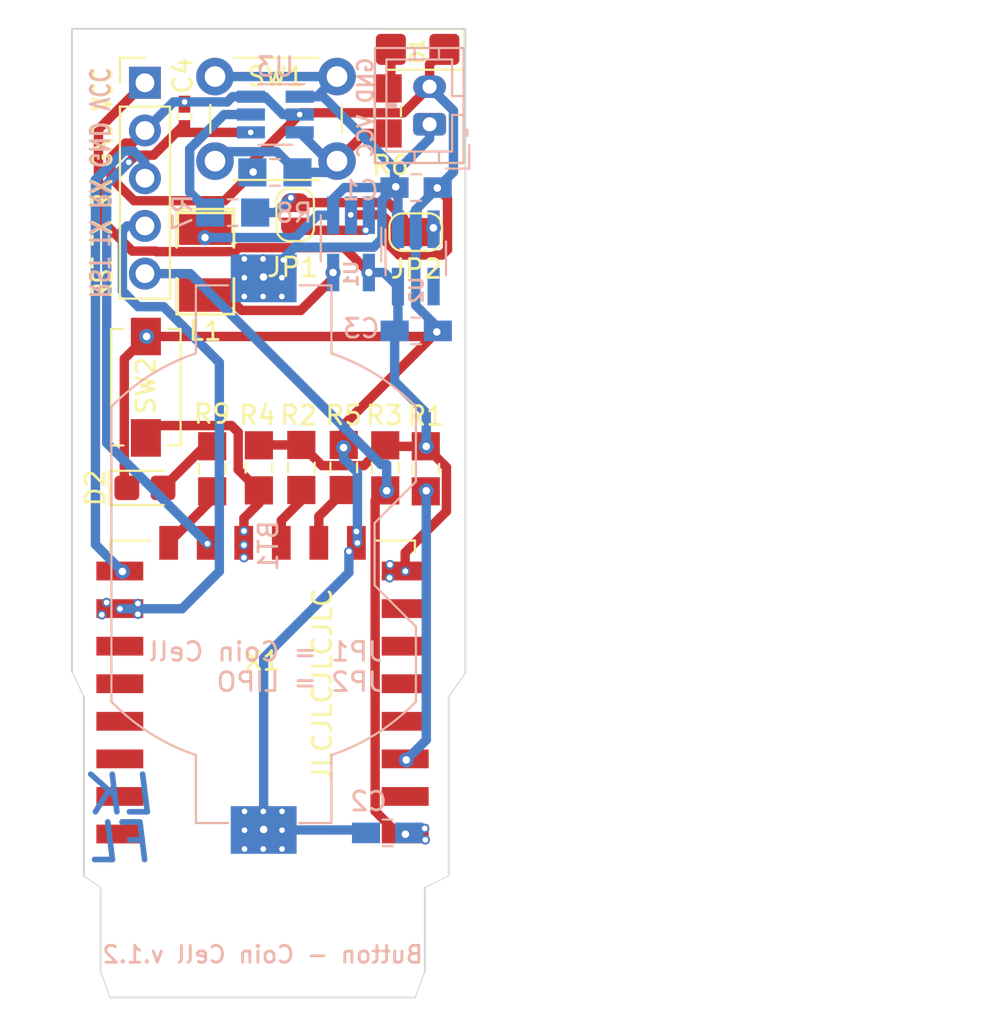
<source format=kicad_pcb>
(kicad_pcb (version 20171130) (host pcbnew "(5.1.9)-1")

  (general
    (thickness 1.6)
    (drawings 27)
    (tracks 248)
    (zones 0)
    (modules 27)
    (nets 21)
  )

  (page A4)
  (layers
    (0 F.Cu signal)
    (31 B.Cu signal)
    (32 B.Adhes user)
    (33 F.Adhes user)
    (34 B.Paste user)
    (35 F.Paste user)
    (36 B.SilkS user)
    (37 F.SilkS user)
    (38 B.Mask user)
    (39 F.Mask user)
    (40 Dwgs.User user)
    (41 Cmts.User user)
    (42 Eco1.User user)
    (43 Eco2.User user)
    (44 Edge.Cuts user)
    (45 Margin user)
    (46 B.CrtYd user hide)
    (47 F.CrtYd user)
    (48 B.Fab user hide)
    (49 F.Fab user)
  )

  (setup
    (last_trace_width 0.25)
    (user_trace_width 0.5)
    (trace_clearance 0.1)
    (zone_clearance 0.508)
    (zone_45_only no)
    (trace_min 0.2)
    (via_size 0.8)
    (via_drill 0.4)
    (via_min_size 0.4)
    (via_min_drill 0.3)
    (user_via 0.5 0.3)
    (uvia_size 0.3)
    (uvia_drill 0.1)
    (uvias_allowed no)
    (uvia_min_size 0.2)
    (uvia_min_drill 0.1)
    (edge_width 0.05)
    (segment_width 0.2)
    (pcb_text_width 0.3)
    (pcb_text_size 1.5 1.5)
    (mod_edge_width 0.12)
    (mod_text_size 1 1)
    (mod_text_width 0.15)
    (pad_size 1.524 1.524)
    (pad_drill 0.762)
    (pad_to_mask_clearance 0.051)
    (solder_mask_min_width 0.25)
    (aux_axis_origin 0 0)
    (visible_elements 7FFFFFFF)
    (pcbplotparams
      (layerselection 0x010fc_ffffffff)
      (usegerberextensions false)
      (usegerberattributes false)
      (usegerberadvancedattributes true)
      (creategerberjobfile false)
      (excludeedgelayer true)
      (linewidth 0.150000)
      (plotframeref false)
      (viasonmask false)
      (mode 1)
      (useauxorigin true)
      (hpglpennumber 1)
      (hpglpenspeed 20)
      (hpglpendiameter 15.000000)
      (psnegative false)
      (psa4output false)
      (plotreference true)
      (plotvalue true)
      (plotinvisibletext false)
      (padsonsilk false)
      (subtractmaskfromsilk false)
      (outputformat 1)
      (mirror false)
      (drillshape 0)
      (scaleselection 1)
      (outputdirectory "Gerber/"))
  )

  (net 0 "")
  (net 1 /VCC)
  (net 2 /GND)
  (net 3 /RST)
  (net 4 /RX)
  (net 5 /TX)
  (net 6 /EN)
  (net 7 /GPIO2)
  (net 8 /GPIO0)
  (net 9 "Net-(BT1-Pad1)")
  (net 10 "Net-(L1-Pad2)")
  (net 11 /GPIO15)
  (net 12 "Net-(R7-Pad2)")
  (net 13 "Net-(JP1-Pad2)")
  (net 14 "Net-(JP1-Pad1)")
  (net 15 "Net-(JP2-Pad1)")
  (net 16 /GPIO4)
  (net 17 "Net-(D2-Pad2)")
  (net 18 /GPIO5)
  (net 19 "Net-(D1-Pad2)")
  (net 20 "Net-(R6-Pad2)")

  (net_class Default "This is the default net class."
    (clearance 0.1)
    (trace_width 0.25)
    (via_dia 0.8)
    (via_drill 0.4)
    (uvia_dia 0.3)
    (uvia_drill 0.1)
    (add_net /EN)
    (add_net /GND)
    (add_net /GPIO0)
    (add_net /GPIO15)
    (add_net /GPIO2)
    (add_net /GPIO4)
    (add_net /GPIO5)
    (add_net /RST)
    (add_net /RX)
    (add_net /TX)
    (add_net /VCC)
    (add_net "Net-(BT1-Pad1)")
    (add_net "Net-(D1-Pad2)")
    (add_net "Net-(D2-Pad2)")
    (add_net "Net-(JP1-Pad1)")
    (add_net "Net-(JP1-Pad2)")
    (add_net "Net-(JP2-Pad1)")
    (add_net "Net-(L1-Pad2)")
    (add_net "Net-(R6-Pad2)")
    (add_net "Net-(R7-Pad2)")
  )

  (module handsolder:ESP-12Elesssilk (layer F.Cu) (tedit 60343770) (tstamp 603269A6)
    (at 125.72 90.16 180)
    (descr "Wi-Fi Module, http://wiki.ai-thinker.com/_media/esp8266/docs/aithinker_esp_12f_datasheet_en.pdf")
    (tags "Wi-Fi Module")
    (path /602C0443)
    (attr smd)
    (fp_text reference X1 (at 0 5.715) (layer F.SilkS)
      (effects (font (size 1 1) (thickness 0.15)))
    )
    (fp_text value ESP-12E (at -0.06 -12.78) (layer F.Fab)
      (effects (font (size 1 1) (thickness 0.15)))
    )
    (fp_line (start 5.56 -4.8) (end 8.12 -7.36) (layer Dwgs.User) (width 0.12))
    (fp_line (start 2.56 -4.8) (end 8.12 -10.36) (layer Dwgs.User) (width 0.12))
    (fp_line (start -0.44 -4.8) (end 6.88 -12.12) (layer Dwgs.User) (width 0.12))
    (fp_line (start -3.44 -4.8) (end 3.88 -12.12) (layer Dwgs.User) (width 0.12))
    (fp_line (start -6.44 -4.8) (end 0.88 -12.12) (layer Dwgs.User) (width 0.12))
    (fp_line (start -8.12 -6.12) (end -2.12 -12.12) (layer Dwgs.User) (width 0.12))
    (fp_line (start -8.12 -9.12) (end -5.12 -12.12) (layer Dwgs.User) (width 0.12))
    (fp_line (start -8.12 -4.8) (end -8.12 -12.12) (layer Dwgs.User) (width 0.12))
    (fp_line (start 8.12 -4.8) (end -8.12 -4.8) (layer Dwgs.User) (width 0.12))
    (fp_line (start 8.12 -12.12) (end 8.12 -4.8) (layer Dwgs.User) (width 0.12))
    (fp_line (start -8.12 -12.12) (end 8.12 -12.12) (layer Dwgs.User) (width 0.12))
    (fp_line (start -8.12 12.12) (end -8.12 11.5) (layer F.SilkS) (width 0.12))
    (fp_line (start -6 12.12) (end -8.12 12.12) (layer F.SilkS) (width 0.12))
    (fp_line (start 8.12 12.12) (end 6 12.12) (layer F.SilkS) (width 0.12))
    (fp_line (start 8.12 11.5) (end 8.12 12.12) (layer F.SilkS) (width 0.12))
    (fp_line (start -9.05 13.1) (end -9.05 -12.2) (layer F.CrtYd) (width 0.05))
    (fp_line (start 9.05 13.1) (end -9.05 13.1) (layer F.CrtYd) (width 0.05))
    (fp_line (start 9.05 -12.2) (end 9.05 13.1) (layer F.CrtYd) (width 0.05))
    (fp_line (start -9.05 -12.2) (end 9.05 -12.2) (layer F.CrtYd) (width 0.05))
    (fp_line (start -8 -4) (end -8 -12) (layer F.Fab) (width 0.12))
    (fp_line (start -7.5 -3.5) (end -8 -4) (layer F.Fab) (width 0.12))
    (fp_line (start -8 -3) (end -7.5 -3.5) (layer F.Fab) (width 0.12))
    (fp_line (start -8 12) (end -8 -3) (layer F.Fab) (width 0.12))
    (fp_line (start 8 12) (end -8 12) (layer F.Fab) (width 0.12))
    (fp_line (start 8 -12) (end 8 12) (layer F.Fab) (width 0.12))
    (fp_line (start -8 -12) (end 8 -12) (layer F.Fab) (width 0.12))
    (fp_text user %R (at 0.49 -0.8) (layer F.Fab)
      (effects (font (size 1 1) (thickness 0.15)))
    )
    (fp_text user "KEEP-OUT ZONE" (at 0.03 -9.55 180) (layer Cmts.User)
      (effects (font (size 1 1) (thickness 0.15)))
    )
    (fp_text user Antenna (at -0.06 -7 180) (layer Cmts.User)
      (effects (font (size 1 1) (thickness 0.15)))
    )
    (pad 22 smd rect (at 7.6 -3.5 180) (size 2.5 1) (layers F.Cu F.Paste F.Mask))
    (pad 21 smd rect (at 7.6 -1.5 180) (size 2.5 1) (layers F.Cu F.Paste F.Mask))
    (pad 20 smd rect (at 7.6 0.5 180) (size 2.5 1) (layers F.Cu F.Paste F.Mask))
    (pad 19 smd rect (at 7.6 2.5 180) (size 2.5 1) (layers F.Cu F.Paste F.Mask))
    (pad 18 smd rect (at 7.6 4.5 180) (size 2.5 1) (layers F.Cu F.Paste F.Mask))
    (pad 17 smd rect (at 7.6 6.5 180) (size 2.5 1) (layers F.Cu F.Paste F.Mask))
    (pad 16 smd rect (at 7.6 8.5 180) (size 2.5 1) (layers F.Cu F.Paste F.Mask)
      (net 5 /TX))
    (pad 15 smd rect (at 7.6 10.5 180) (size 2.5 1) (layers F.Cu F.Paste F.Mask)
      (net 4 /RX))
    (pad 14 smd rect (at 5 12 180) (size 1 1.8) (layers F.Cu F.Paste F.Mask)
      (net 18 /GPIO5))
    (pad 13 smd rect (at 3 12 180) (size 1 1.8) (layers F.Cu F.Paste F.Mask)
      (net 16 /GPIO4))
    (pad 12 smd rect (at 1 12 180) (size 1 1.8) (layers F.Cu F.Paste F.Mask)
      (net 8 /GPIO0))
    (pad 11 smd rect (at -1 12 180) (size 1 1.8) (layers F.Cu F.Paste F.Mask)
      (net 7 /GPIO2))
    (pad 10 smd rect (at -3 12 180) (size 1 1.8) (layers F.Cu F.Paste F.Mask)
      (net 11 /GPIO15))
    (pad 9 smd rect (at -5 12 180) (size 1 1.8) (layers F.Cu F.Paste F.Mask)
      (net 2 /GND))
    (pad 8 smd rect (at -7.6 10.5 180) (size 2.5 1) (layers F.Cu F.Paste F.Mask)
      (net 1 /VCC))
    (pad 7 smd rect (at -7.6 8.5 180) (size 2.5 1) (layers F.Cu F.Paste F.Mask))
    (pad 6 smd rect (at -7.6 6.5 180) (size 2.5 1) (layers F.Cu F.Paste F.Mask))
    (pad 5 smd rect (at -7.6 4.5 180) (size 2.5 1) (layers F.Cu F.Paste F.Mask))
    (pad 4 smd rect (at -7.6 2.5 180) (size 2.5 1) (layers F.Cu F.Paste F.Mask))
    (pad 3 smd rect (at -7.6 0.5 180) (size 2.5 1) (layers F.Cu F.Paste F.Mask)
      (net 6 /EN))
    (pad 2 smd rect (at -7.6 -1.5 180) (size 2.5 1) (layers F.Cu F.Paste F.Mask))
    (pad 1 smd rect (at -7.6 -3.5 180) (size 2.5 1) (layers F.Cu F.Paste F.Mask)
      (net 3 /RST))
    (model ${KISYS3DMOD}/RF_Module.3dshapes/ESP-12E.wrl
      (at (xyz 0 0 0))
      (scale (xyz 1 1 1))
      (rotate (xyz 0 0 0))
    )
  )

  (module handsolder:C_0402_1005Metric_Pad0.74x0.62mm_HandSoldermod (layer F.Cu) (tedit 60342830) (tstamp 60343163)
    (at 121.56 55.46 90)
    (descr "Capacitor SMD 0402 (1005 Metric), square (rectangular) end terminal, IPC_7351 nominal with elongated pad for handsoldering. (Body size source: IPC-SM-782 page 76, https://www.pcb-3d.com/wordpress/wp-content/uploads/ipc-sm-782a_amendment_1_and_2.pdf), generated with kicad-footprint-generator")
    (tags "capacitor handsolder")
    (path /6034B321)
    (attr smd)
    (fp_text reference C4 (at 2.17 -0.09 90) (layer F.SilkS)
      (effects (font (size 1 1) (thickness 0.15)))
    )
    (fp_text value 10nf-100nf (at 0 1.16 90) (layer F.Fab)
      (effects (font (size 1 1) (thickness 0.15)))
    )
    (fp_line (start 1.08 0.46) (end -1.08 0.46) (layer F.CrtYd) (width 0.05))
    (fp_line (start 1.08 -0.46) (end 1.08 0.46) (layer F.CrtYd) (width 0.05))
    (fp_line (start -1.08 -0.46) (end 1.08 -0.46) (layer F.CrtYd) (width 0.05))
    (fp_line (start -1.08 0.46) (end -1.08 -0.46) (layer F.CrtYd) (width 0.05))
    (fp_line (start -0.115835 0.36) (end 0.115835 0.36) (layer F.SilkS) (width 0.12))
    (fp_line (start -0.115835 -0.36) (end 0.115835 -0.36) (layer F.SilkS) (width 0.12))
    (fp_line (start 0.5 0.25) (end -0.5 0.25) (layer F.Fab) (width 0.1))
    (fp_line (start 0.5 -0.25) (end 0.5 0.25) (layer F.Fab) (width 0.1))
    (fp_line (start -0.5 -0.25) (end 0.5 -0.25) (layer F.Fab) (width 0.1))
    (fp_line (start -0.5 0.25) (end -0.5 -0.25) (layer F.Fab) (width 0.1))
    (fp_text user %R (at 0 0 90) (layer F.Fab)
      (effects (font (size 0.25 0.25) (thickness 0.04)))
    )
    (pad 2 smd rect (at 0.65 0 90) (size 0.9 0.62) (layers F.Cu F.Paste F.Mask)
      (net 2 /GND))
    (pad 1 smd rect (at -0.65 0 90) (size 0.9 0.62) (layers F.Cu F.Paste F.Mask)
      (net 16 /GPIO4))
    (model ${KISYS3DMOD}/Capacitor_SMD.3dshapes/C_0402_1005Metric.wrl
      (at (xyz 0 0 0))
      (scale (xyz 1 1 1))
      (rotate (xyz 0 0 0))
    )
  )

  (module Button_Switch_THT:SW_PUSH_6mm (layer F.Cu) (tedit 5A02FE31) (tstamp 60326911)
    (at 123.19 53.34)
    (descr https://www.omron.com/ecb/products/pdf/en-b3f.pdf)
    (tags "tact sw push 6mm")
    (path /602CFCB7)
    (fp_text reference SW1 (at 3.25 0) (layer F.SilkS)
      (effects (font (size 1 1) (thickness 0.15)))
    )
    (fp_text value SW_Push (at 3.75 6.7) (layer F.Fab)
      (effects (font (size 1 1) (thickness 0.15)))
    )
    (fp_line (start 3.25 -0.75) (end 6.25 -0.75) (layer F.Fab) (width 0.1))
    (fp_line (start 6.25 -0.75) (end 6.25 5.25) (layer F.Fab) (width 0.1))
    (fp_line (start 6.25 5.25) (end 0.25 5.25) (layer F.Fab) (width 0.1))
    (fp_line (start 0.25 5.25) (end 0.25 -0.75) (layer F.Fab) (width 0.1))
    (fp_line (start 0.25 -0.75) (end 3.25 -0.75) (layer F.Fab) (width 0.1))
    (fp_line (start 7.75 6) (end 8 6) (layer F.CrtYd) (width 0.05))
    (fp_line (start 8 6) (end 8 5.75) (layer F.CrtYd) (width 0.05))
    (fp_line (start 7.75 -1.5) (end 8 -1.5) (layer F.CrtYd) (width 0.05))
    (fp_line (start 8 -1.5) (end 8 -1.25) (layer F.CrtYd) (width 0.05))
    (fp_line (start -1.5 -1.25) (end -1.5 -1.5) (layer F.CrtYd) (width 0.05))
    (fp_line (start -1.5 -1.5) (end -1.25 -1.5) (layer F.CrtYd) (width 0.05))
    (fp_line (start -1.5 5.75) (end -1.5 6) (layer F.CrtYd) (width 0.05))
    (fp_line (start -1.5 6) (end -1.25 6) (layer F.CrtYd) (width 0.05))
    (fp_line (start -1.25 -1.5) (end 7.75 -1.5) (layer F.CrtYd) (width 0.05))
    (fp_line (start -1.5 5.75) (end -1.5 -1.25) (layer F.CrtYd) (width 0.05))
    (fp_line (start 7.75 6) (end -1.25 6) (layer F.CrtYd) (width 0.05))
    (fp_line (start 8 -1.25) (end 8 5.75) (layer F.CrtYd) (width 0.05))
    (fp_line (start 1 5.5) (end 5.5 5.5) (layer F.SilkS) (width 0.12))
    (fp_line (start -0.25 1.5) (end -0.25 3) (layer F.SilkS) (width 0.12))
    (fp_line (start 5.5 -1) (end 1 -1) (layer F.SilkS) (width 0.12))
    (fp_line (start 6.75 3) (end 6.75 1.5) (layer F.SilkS) (width 0.12))
    (fp_circle (center 3.25 2.25) (end 1.25 2.5) (layer F.Fab) (width 0.1))
    (fp_text user %R (at 3.25 2.25) (layer F.Fab)
      (effects (font (size 1 1) (thickness 0.15)))
    )
    (pad 1 thru_hole circle (at 6.5 0 90) (size 2 2) (drill 1.1) (layers *.Cu *.Mask)
      (net 9 "Net-(BT1-Pad1)"))
    (pad 2 thru_hole circle (at 6.5 4.5 90) (size 2 2) (drill 1.1) (layers *.Cu *.Mask)
      (net 20 "Net-(R6-Pad2)"))
    (pad 1 thru_hole circle (at 0 0 90) (size 2 2) (drill 1.1) (layers *.Cu *.Mask)
      (net 9 "Net-(BT1-Pad1)"))
    (pad 2 thru_hole circle (at 0 4.5 90) (size 2 2) (drill 1.1) (layers *.Cu *.Mask)
      (net 20 "Net-(R6-Pad2)"))
    (model ${KISYS3DMOD}/Button_Switch_THT.3dshapes/SW_PUSH_6mm.wrl
      (at (xyz 0 0 0))
      (scale (xyz 1 1 1))
      (rotate (xyz 0 0 0))
    )
  )

  (module handsolder:SMD-1210_Pol_inductor (layer F.Cu) (tedit 592F1991) (tstamp 60326859)
    (at 122.67 63.192 270)
    (tags "CMS SM")
    (path /602E234D)
    (attr smd)
    (fp_text reference L1 (at 3.683 0) (layer F.SilkS)
      (effects (font (size 1 1) (thickness 0.15)))
    )
    (fp_text value "4.7 uH" (at 0 0.762 90) (layer F.Fab)
      (effects (font (size 1 1) (thickness 0.15)))
    )
    (fp_line (start -2.794 -1.524) (end -2.794 1.524) (layer F.SilkS) (width 0.15))
    (fp_line (start 0.889 1.524) (end 2.794 1.524) (layer F.SilkS) (width 0.15))
    (fp_line (start 2.794 1.524) (end 2.794 -1.524) (layer F.SilkS) (width 0.15))
    (fp_line (start 2.794 -1.524) (end 0.889 -1.524) (layer F.SilkS) (width 0.15))
    (fp_line (start -0.762 -1.524) (end -2.794 -1.524) (layer F.SilkS) (width 0.15))
    (fp_line (start -2.594 -1.524) (end -2.594 1.524) (layer F.SilkS) (width 0.15))
    (fp_line (start -2.794 1.524) (end -0.762 1.524) (layer F.SilkS) (width 0.15))
    (pad 1 smd rect (at -1.778 0 270) (size 1.778 2.794) (layers F.Cu F.Paste F.Mask)
      (net 9 "Net-(BT1-Pad1)") (zone_connect 2))
    (pad 2 smd rect (at 1.778 0 270) (size 1.778 2.794) (layers F.Cu F.Paste F.Mask)
      (net 10 "Net-(L1-Pad2)"))
    (model SMD_Packages.3dshapes/SMD-1210_Pol.wrl
      (at (xyz 0 0 0))
      (scale (xyz 0.2 0.2 0.2))
      (rotate (xyz 0 0 0))
    )
  )

  (module handsolder:SOT-23-5_HandSolderingmod (layer B.Cu) (tedit 60023824) (tstamp 60329F06)
    (at 130.43408 62.27064 270)
    (descr "5-pin SOT23 package")
    (tags "SOT-23-5 hand-soldering")
    (path /6033543B)
    (attr smd)
    (fp_text reference U1 (at 1.58496 -0.02032 90) (layer B.SilkS)
      (effects (font (size 0.7 0.7) (thickness 0.15)) (justify mirror))
    )
    (fp_text value TPS61097A (at 10.287 -1.143 270) (layer B.SilkS) hide
      (effects (font (size 1 1) (thickness 0.15)) (justify mirror))
    )
    (fp_line (start -0.9 -1.61) (end 0.9 -1.61) (layer B.SilkS) (width 0.12))
    (fp_line (start 0.9 1.61) (end -1.55 1.61) (layer B.SilkS) (width 0.12))
    (fp_line (start -0.9 0.9) (end -0.25 1.55) (layer B.Fab) (width 0.1))
    (fp_line (start 0.9 1.55) (end -0.25 1.55) (layer B.Fab) (width 0.1))
    (fp_line (start -0.9 0.9) (end -0.9 -1.55) (layer B.Fab) (width 0.1))
    (fp_line (start 0.9 -1.55) (end -0.9 -1.55) (layer B.Fab) (width 0.1))
    (fp_line (start 0.9 1.55) (end 0.9 -1.55) (layer B.Fab) (width 0.1))
    (fp_line (start -2.38 1.8) (end 2.38 1.8) (layer B.CrtYd) (width 0.05))
    (fp_line (start -2.38 1.8) (end -2.38 -1.8) (layer B.CrtYd) (width 0.05))
    (fp_line (start 2.38 -1.8) (end 2.38 1.8) (layer B.CrtYd) (width 0.05))
    (fp_line (start 2.38 -1.8) (end -2.38 -1.8) (layer B.CrtYd) (width 0.05))
    (fp_text user %R (at 0 0) (layer B.Fab)
      (effects (font (size 0.5 0.5) (thickness 0.075)) (justify mirror))
    )
    (pad 5 smd rect (at 1.5 0.95 270) (size 2 0.65) (layers B.Cu B.Paste B.Mask)
      (net 10 "Net-(L1-Pad2)"))
    (pad 4 smd rect (at 1.5 -0.95 270) (size 2 0.65) (layers B.Cu B.Paste B.Mask)
      (net 1 /VCC))
    (pad 3 smd rect (at -1.55 -0.95 270) (size 2 0.65) (layers B.Cu B.Paste B.Mask)
      (net 14 "Net-(JP1-Pad1)"))
    (pad 2 smd trapezoid (at -1.55 0 270) (size 2 0.65) (layers B.Cu B.Paste B.Mask)
      (net 2 /GND))
    (pad 1 smd rect (at -1.55 0.95 270) (size 2 0.65) (layers B.Cu B.Paste B.Mask)
      (net 9 "Net-(BT1-Pad1)"))
    (model ${KISYS3DMOD}/Package_TO_SOT_SMD.3dshapes/SOT-23-5.wrl
      (at (xyz 0 0 0))
      (scale (xyz 1 1 1))
      (rotate (xyz 0 0 0))
    )
  )

  (module Jumper:SolderJumper-2_P1.3mm_Open_RoundedPad1.0x1.5mm (layer F.Cu) (tedit 6032783A) (tstamp 60326836)
    (at 127.46 60.7 90)
    (descr "SMD Solder Jumper, 1x1.5mm, rounded Pads, 0.3mm gap, open")
    (tags "solder jumper open")
    (path /6032A30E)
    (attr virtual)
    (fp_text reference JP1 (at -2.79 -0.14 180) (layer F.SilkS)
      (effects (font (size 1 1) (thickness 0.15)))
    )
    (fp_text value "Jumper Coin Cell" (at 0 1.9 90) (layer F.Fab)
      (effects (font (size 1 1) (thickness 0.15)))
    )
    (fp_line (start -1.4 0.3) (end -1.4 -0.3) (layer F.SilkS) (width 0.12))
    (fp_line (start 0.7 1) (end -0.7 1) (layer F.SilkS) (width 0.12))
    (fp_line (start 1.4 -0.3) (end 1.4 0.3) (layer F.SilkS) (width 0.12))
    (fp_line (start -0.7 -1) (end 0.7 -1) (layer F.SilkS) (width 0.12))
    (fp_line (start -1.5 -1.1) (end 1.4 -1.1) (layer F.CrtYd) (width 0.05))
    (fp_line (start -1.5 -1.1) (end -1.5 1.1) (layer F.CrtYd) (width 0.05))
    (fp_line (start 1.4 1.1) (end 1.4 -1.1) (layer F.CrtYd) (width 0.05))
    (fp_line (start 1.4 1.1) (end -1.5 1.1) (layer F.CrtYd) (width 0.05))
    (fp_arc (start -0.7 -0.3) (end -0.7 -1) (angle -90) (layer F.SilkS) (width 0.12))
    (fp_arc (start -0.7 0.3) (end -1.4 0.3) (angle -90) (layer F.SilkS) (width 0.12))
    (fp_arc (start 0.7 0.3) (end 0.7 1) (angle -90) (layer F.SilkS) (width 0.12))
    (fp_arc (start 0.7 -0.3) (end 1.4 -0.3) (angle -90) (layer F.SilkS) (width 0.12))
    (pad 2 smd custom (at 0.65 0 90) (size 1 0.5) (layers F.Cu F.Mask)
      (net 13 "Net-(JP1-Pad2)") (zone_connect 2)
      (options (clearance outline) (anchor rect))
      (primitives
        (gr_circle (center 0 0.25) (end 0.5 0.25) (width 0))
        (gr_circle (center 0 -0.25) (end 0.5 -0.25) (width 0))
        (gr_poly (pts
           (xy 0 -0.75) (xy -0.5 -0.75) (xy -0.5 0.75) (xy 0 0.75)) (width 0))
      ))
    (pad 1 smd custom (at -0.65 0 90) (size 1 0.5) (layers F.Cu F.Mask)
      (net 14 "Net-(JP1-Pad1)") (zone_connect 2)
      (options (clearance outline) (anchor rect))
      (primitives
        (gr_circle (center 0 0.25) (end 0.5 0.25) (width 0))
        (gr_circle (center 0 -0.25) (end 0.5 -0.25) (width 0))
        (gr_poly (pts
           (xy 0 -0.75) (xy 0.5 -0.75) (xy 0.5 0.75) (xy 0 0.75)) (width 0))
      ))
  )

  (module handsolder:C_0805_2012handsodermod (layer B.Cu) (tedit 60326176) (tstamp 603267C3)
    (at 133.9 59.25 180)
    (descr "Capacitor SMD 0805 (2012 Metric), square (rectangular) end terminal, IPC_7351 nominal with elongated pad for handsoldering. (Body size source: https://docs.google.com/spreadsheets/d/1BsfQQcO9C6DZCsRaXUlFlo91Tg2WpOkGARC1WS5S8t0/edit?usp=sharing), generated with kicad-footprint-generator")
    (tags "capacitor handsolder")
    (path /602D0C1F)
    (attr smd)
    (fp_text reference C1 (at 2.9718 -0.1524 180) (layer B.SilkS)
      (effects (font (size 1 1) (thickness 0.15)) (justify mirror))
    )
    (fp_text value 10uF (at 0 -1.65 180) (layer B.Fab) hide
      (effects (font (size 1 1) (thickness 0.15)) (justify mirror))
    )
    (fp_line (start -1 -0.6) (end -1 0.6) (layer B.Fab) (width 0.1))
    (fp_line (start -1 0.6) (end 1 0.6) (layer B.Fab) (width 0.1))
    (fp_line (start 1 0.6) (end 1 -0.6) (layer B.Fab) (width 0.1))
    (fp_line (start 1 -0.6) (end -1 -0.6) (layer B.Fab) (width 0.1))
    (fp_line (start -0.261252 0.71) (end 0.261252 0.71) (layer B.SilkS) (width 0.12))
    (fp_line (start -0.261252 -0.71) (end 0.261252 -0.71) (layer B.SilkS) (width 0.12))
    (fp_line (start -2 -0.85) (end -2 0.85) (layer B.CrtYd) (width 0.05))
    (fp_line (start -2 0.85) (end 2.05 0.85) (layer B.CrtYd) (width 0.05))
    (fp_line (start 2.05 0.85) (end 2.05 -0.85) (layer B.CrtYd) (width 0.05))
    (fp_line (start 2.05 -0.85) (end -2 -0.85) (layer B.CrtYd) (width 0.05))
    (fp_text user %R (at 0 0 180) (layer B.Fab)
      (effects (font (size 0.5 0.5) (thickness 0.08)) (justify mirror))
    )
    (pad 2 smd rect (at 1.15 0 180) (size 1.5 1.1) (layers B.Cu B.Paste B.Mask)
      (net 9 "Net-(BT1-Pad1)"))
    (pad 1 smd rect (at -1.15 0 180) (size 1.5 1.1) (layers B.Cu B.Paste B.Mask)
      (net 2 /GND))
    (model ${KISYS3DMOD}/Capacitor_SMD.3dshapes/C_0805_2012Metric.wrl
      (at (xyz 0 0 0))
      (scale (xyz 1 1 1))
      (rotate (xyz 0 0 0))
    )
  )

  (module handsolder:SOT-23-6handsoldering (layer B.Cu) (tedit 600C9A10) (tstamp 6032696B)
    (at 126.4 55.36 180)
    (descr "6-pin SOT-23 package")
    (tags SOT-23-6)
    (path /6031B6A7)
    (attr smd)
    (fp_text reference U3 (at 0 2.54 180) (layer B.SilkS)
      (effects (font (size 1 1) (thickness 0.15)) (justify mirror))
    )
    (fp_text value TPL5111 (at 0 -2.9) (layer B.Fab)
      (effects (font (size 1 1) (thickness 0.15)) (justify mirror))
    )
    (fp_line (start -0.9 -1.61) (end 0.9 -1.61) (layer B.SilkS) (width 0.12))
    (fp_line (start 0.9 1.61) (end -1.55 1.61) (layer B.SilkS) (width 0.12))
    (fp_line (start 1.9 1.8) (end -1.9 1.8) (layer B.CrtYd) (width 0.05))
    (fp_line (start 1.9 -1.8) (end 1.9 1.8) (layer B.CrtYd) (width 0.05))
    (fp_line (start -1.9 -1.8) (end 1.9 -1.8) (layer B.CrtYd) (width 0.05))
    (fp_line (start -1.9 1.8) (end -1.9 -1.8) (layer B.CrtYd) (width 0.05))
    (fp_line (start -0.9 0.9) (end -0.25 1.55) (layer B.Fab) (width 0.1))
    (fp_line (start 0.9 1.55) (end -0.25 1.55) (layer B.Fab) (width 0.1))
    (fp_line (start -0.9 0.9) (end -0.9 -1.55) (layer B.Fab) (width 0.1))
    (fp_line (start 0.9 -1.55) (end -0.9 -1.55) (layer B.Fab) (width 0.1))
    (fp_line (start 0.9 1.55) (end 0.9 -1.55) (layer B.Fab) (width 0.1))
    (fp_text user %R (at 0 0 90) (layer B.Fab)
      (effects (font (size 0.5 0.5) (thickness 0.075)) (justify mirror))
    )
    (pad 5 smd rect (at 1.3 0 180) (size 1.5 0.65) (layers B.Cu B.Paste B.Mask)
      (net 12 "Net-(R7-Pad2)"))
    (pad 6 smd rect (at 1.3 0.95 180) (size 1.5 0.65) (layers B.Cu B.Paste B.Mask)
      (net 2 /GND))
    (pad 4 smd rect (at 1.3 -0.95 180) (size 1.5 0.65) (layers B.Cu B.Paste B.Mask)
      (net 16 /GPIO4))
    (pad 3 smd rect (at -1.3 -0.95 180) (size 1.5 0.65) (layers B.Cu B.Paste B.Mask)
      (net 20 "Net-(R6-Pad2)"))
    (pad 2 smd rect (at -1.3 0 180) (size 1.5 0.65) (layers B.Cu B.Paste B.Mask)
      (net 2 /GND))
    (pad 1 smd rect (at -1.3 0.95 180) (size 1.5 0.65) (layers B.Cu B.Paste B.Mask)
      (net 9 "Net-(BT1-Pad1)"))
    (model ${KISYS3DMOD}/Package_TO_SOT_SMD.3dshapes/SOT-23-6.wrl
      (at (xyz 0 0 0))
      (scale (xyz 1 1 1))
      (rotate (xyz 0 0 0))
    )
  )

  (module handsolder:SOT-23-5_HandSolderingmod (layer B.Cu) (tedit 60023824) (tstamp 60326955)
    (at 133.8834 63.0174 270)
    (descr "5-pin SOT23 package")
    (tags "SOT-23-5 hand-soldering")
    (path /602F5FBE)
    (attr smd)
    (fp_text reference U2 (at 1.69164 -0.04064 270) (layer B.SilkS)
      (effects (font (size 0.7 0.7) (thickness 0.15)) (justify mirror))
    )
    (fp_text value AP2112K-3.3 (at 7.62 -1.27 270) (layer B.SilkS) hide
      (effects (font (size 1 1) (thickness 0.15)) (justify mirror))
    )
    (fp_line (start -0.9 -1.61) (end 0.9 -1.61) (layer B.SilkS) (width 0.12))
    (fp_line (start 0.9 1.61) (end -1.55 1.61) (layer B.SilkS) (width 0.12))
    (fp_line (start -0.9 0.9) (end -0.25 1.55) (layer B.Fab) (width 0.1))
    (fp_line (start 0.9 1.55) (end -0.25 1.55) (layer B.Fab) (width 0.1))
    (fp_line (start -0.9 0.9) (end -0.9 -1.55) (layer B.Fab) (width 0.1))
    (fp_line (start 0.9 -1.55) (end -0.9 -1.55) (layer B.Fab) (width 0.1))
    (fp_line (start 0.9 1.55) (end 0.9 -1.55) (layer B.Fab) (width 0.1))
    (fp_line (start -2.38 1.8) (end 2.38 1.8) (layer B.CrtYd) (width 0.05))
    (fp_line (start -2.38 1.8) (end -2.38 -1.8) (layer B.CrtYd) (width 0.05))
    (fp_line (start 2.38 -1.8) (end 2.38 1.8) (layer B.CrtYd) (width 0.05))
    (fp_line (start 2.38 -1.8) (end -2.38 -1.8) (layer B.CrtYd) (width 0.05))
    (fp_text user %R (at 0 0) (layer B.Fab)
      (effects (font (size 0.5 0.5) (thickness 0.075)) (justify mirror))
    )
    (pad 5 smd rect (at 1.5 0.95 270) (size 2 0.65) (layers B.Cu B.Paste B.Mask)
      (net 1 /VCC))
    (pad 4 smd rect (at 1.5 -0.95 270) (size 2 0.65) (layers B.Cu B.Paste B.Mask))
    (pad 3 smd rect (at -1.55 -0.95 270) (size 2 0.65) (layers B.Cu B.Paste B.Mask)
      (net 15 "Net-(JP2-Pad1)"))
    (pad 2 smd trapezoid (at -1.55 0 270) (size 2 0.65) (layers B.Cu B.Paste B.Mask)
      (net 2 /GND))
    (pad 1 smd rect (at -1.55 0.95 270) (size 2 0.65) (layers B.Cu B.Paste B.Mask)
      (net 9 "Net-(BT1-Pad1)"))
    (model ${KISYS3DMOD}/Package_TO_SOT_SMD.3dshapes/SOT-23-5.wrl
      (at (xyz 0 0 0))
      (scale (xyz 1 1 1))
      (rotate (xyz 0 0 0))
    )
  )

  (module Button_Switch_SMD:SW_SPST_EVQPE1 (layer F.Cu) (tedit 5A02FC95) (tstamp 6032692A)
    (at 119.507 69.8754 90)
    (descr "Light Touch Switch, https://industrial.panasonic.com/cdbs/www-data/pdf/ATK0000/ATK0000CE7.pdf")
    (path /602CDBD4)
    (attr smd)
    (fp_text reference SW2 (at 0.0762 0 90) (layer F.SilkS)
      (effects (font (size 1 1) (thickness 0.15)))
    )
    (fp_text value SW_Push (at 0 3 90) (layer F.Fab)
      (effects (font (size 1 1) (thickness 0.15)))
    )
    (fp_line (start 3 -1.75) (end 3 1.75) (layer F.Fab) (width 0.1))
    (fp_line (start 3 1.75) (end -3 1.75) (layer F.Fab) (width 0.1))
    (fp_line (start -3 1.75) (end -3 -1.75) (layer F.Fab) (width 0.1))
    (fp_line (start -3 -1.75) (end 3 -1.75) (layer F.Fab) (width 0.1))
    (fp_line (start -1.4 -0.7) (end 1.4 -0.7) (layer F.Fab) (width 0.1))
    (fp_line (start 1.4 -0.7) (end 1.4 0.7) (layer F.Fab) (width 0.1))
    (fp_line (start 1.4 0.7) (end -1.4 0.7) (layer F.Fab) (width 0.1))
    (fp_line (start -1.4 0.7) (end -1.4 -0.7) (layer F.Fab) (width 0.1))
    (fp_line (start -3.95 -2) (end 3.95 -2) (layer F.CrtYd) (width 0.05))
    (fp_line (start 3.95 -2) (end 3.95 2) (layer F.CrtYd) (width 0.05))
    (fp_line (start 3.95 2) (end -3.95 2) (layer F.CrtYd) (width 0.05))
    (fp_line (start -3.95 2) (end -3.95 -2) (layer F.CrtYd) (width 0.05))
    (fp_line (start 3.1 -1.85) (end 3.1 -1.2) (layer F.SilkS) (width 0.12))
    (fp_line (start 3.1 1.85) (end 3.1 1.2) (layer F.SilkS) (width 0.12))
    (fp_line (start -3.1 1.2) (end -3.1 1.85) (layer F.SilkS) (width 0.12))
    (fp_line (start -3.1 -1.85) (end -3.1 -1.2) (layer F.SilkS) (width 0.12))
    (fp_line (start 3.1 -1.85) (end -3.1 -1.85) (layer F.SilkS) (width 0.12))
    (fp_line (start -3.1 1.85) (end 3.1 1.85) (layer F.SilkS) (width 0.12))
    (fp_text user %R (at 0 -2.65 90) (layer F.Fab)
      (effects (font (size 1 1) (thickness 0.15)))
    )
    (pad 1 smd rect (at -2.7 0 90) (size 2 1.6) (layers F.Cu F.Paste F.Mask)
      (net 8 /GPIO0))
    (pad 2 smd rect (at 2.7 0 90) (size 2 1.6) (layers F.Cu F.Paste F.Mask)
      (net 2 /GND))
    (model ${KISYS3DMOD}/Button_Switch_SMD.3dshapes/SW_SPST_EVQPE1.wrl
      (at (xyz 0 0 0))
      (scale (xyz 1 1 1))
      (rotate (xyz 0 0 0))
    )
  )

  (module handsolder:R_0805_2012handsoldermod (layer F.Cu) (tedit 60004565) (tstamp 603268F2)
    (at 123.0376 74.2188 270)
    (descr "Resistor SMD 0805 (2012 Metric), square (rectangular) end terminal, IPC_7351 nominal with elongated pad for handsoldering. (Body size source: https://docs.google.com/spreadsheets/d/1BsfQQcO9C6DZCsRaXUlFlo91Tg2WpOkGARC1WS5S8t0/edit?usp=sharing), generated with kicad-footprint-generator")
    (tags "resistor handsolder")
    (path /60325E7B)
    (attr smd)
    (fp_text reference R9 (at -2.921 0) (layer F.SilkS)
      (effects (font (size 1 1) (thickness 0.15)))
    )
    (fp_text value 1k (at 0 1.65 270) (layer F.Fab) hide
      (effects (font (size 1 1) (thickness 0.15)))
    )
    (fp_line (start -1 0.6) (end -1 -0.6) (layer F.Fab) (width 0.1))
    (fp_line (start -1 -0.6) (end 1 -0.6) (layer F.Fab) (width 0.1))
    (fp_line (start 1 -0.6) (end 1 0.6) (layer F.Fab) (width 0.1))
    (fp_line (start 1 0.6) (end -1 0.6) (layer F.Fab) (width 0.1))
    (fp_line (start -0.261252 -0.71) (end 0.261252 -0.71) (layer F.SilkS) (width 0.12))
    (fp_line (start -0.261252 0.71) (end 0.261252 0.71) (layer F.SilkS) (width 0.12))
    (fp_line (start -2.05 0.95) (end -2.05 -0.95) (layer F.CrtYd) (width 0.05))
    (fp_line (start -2.05 -0.95) (end 2.05 -0.95) (layer F.CrtYd) (width 0.05))
    (fp_line (start 2.05 -0.95) (end 2.05 0.95) (layer F.CrtYd) (width 0.05))
    (fp_line (start 2.05 0.95) (end -2.05 0.95) (layer F.CrtYd) (width 0.05))
    (fp_text user %R (at 0 0 270) (layer F.Fab)
      (effects (font (size 0.5 0.5) (thickness 0.08)))
    )
    (pad 2 smd rect (at 1.2 0 270) (size 1.5 1.5) (layers F.Cu F.Paste F.Mask)
      (net 18 /GPIO5))
    (pad 1 smd rect (at -1.2 0 270) (size 1.5 1.5) (layers F.Cu F.Paste F.Mask)
      (net 17 "Net-(D2-Pad2)"))
    (model ${KISYS3DMOD}/Resistor_SMD.3dshapes/R_0805_2012Metric.wrl
      (at (xyz 0 0 0))
      (scale (xyz 1 1 1))
      (rotate (xyz 0 0 0))
    )
  )

  (module handsolder:R_0805_2012handsoldermod (layer B.Cu) (tedit 60004565) (tstamp 603268E1)
    (at 126.38 58.44 180)
    (descr "Resistor SMD 0805 (2012 Metric), square (rectangular) end terminal, IPC_7351 nominal with elongated pad for handsoldering. (Body size source: https://docs.google.com/spreadsheets/d/1BsfQQcO9C6DZCsRaXUlFlo91Tg2WpOkGARC1WS5S8t0/edit?usp=sharing), generated with kicad-footprint-generator")
    (tags "resistor handsolder")
    (path /6031EA78)
    (attr smd)
    (fp_text reference R8 (at -1.02 -2.16) (layer B.SilkS)
      (effects (font (size 1 1) (thickness 0.15)) (justify mirror))
    )
    (fp_text value 10k (at 0 -1.65) (layer B.Fab) hide
      (effects (font (size 1 1) (thickness 0.15)) (justify mirror))
    )
    (fp_line (start -1 -0.6) (end -1 0.6) (layer B.Fab) (width 0.1))
    (fp_line (start -1 0.6) (end 1 0.6) (layer B.Fab) (width 0.1))
    (fp_line (start 1 0.6) (end 1 -0.6) (layer B.Fab) (width 0.1))
    (fp_line (start 1 -0.6) (end -1 -0.6) (layer B.Fab) (width 0.1))
    (fp_line (start -0.261252 0.71) (end 0.261252 0.71) (layer B.SilkS) (width 0.12))
    (fp_line (start -0.261252 -0.71) (end 0.261252 -0.71) (layer B.SilkS) (width 0.12))
    (fp_line (start -2.05 -0.95) (end -2.05 0.95) (layer B.CrtYd) (width 0.05))
    (fp_line (start -2.05 0.95) (end 2.05 0.95) (layer B.CrtYd) (width 0.05))
    (fp_line (start 2.05 0.95) (end 2.05 -0.95) (layer B.CrtYd) (width 0.05))
    (fp_line (start 2.05 -0.95) (end -2.05 -0.95) (layer B.CrtYd) (width 0.05))
    (fp_text user %R (at 0 0) (layer B.Fab)
      (effects (font (size 0.5 0.5) (thickness 0.08)) (justify mirror))
    )
    (pad 2 smd rect (at 1.2 0 180) (size 1.5 1.5) (layers B.Cu B.Paste B.Mask)
      (net 2 /GND))
    (pad 1 smd rect (at -1.2 0 180) (size 1.5 1.5) (layers B.Cu B.Paste B.Mask)
      (net 20 "Net-(R6-Pad2)"))
    (model ${KISYS3DMOD}/Resistor_SMD.3dshapes/R_0805_2012Metric.wrl
      (at (xyz 0 0 0))
      (scale (xyz 1 1 1))
      (rotate (xyz 0 0 0))
    )
  )

  (module handsolder:R_0805_2012handsoldermod (layer B.Cu) (tedit 60004565) (tstamp 603268D0)
    (at 124.1298 60.579 180)
    (descr "Resistor SMD 0805 (2012 Metric), square (rectangular) end terminal, IPC_7351 nominal with elongated pad for handsoldering. (Body size source: https://docs.google.com/spreadsheets/d/1BsfQQcO9C6DZCsRaXUlFlo91Tg2WpOkGARC1WS5S8t0/edit?usp=sharing), generated with kicad-footprint-generator")
    (tags "resistor handsolder")
    (path /602F7A06)
    (attr smd)
    (fp_text reference R7 (at 2.667 0 90) (layer B.SilkS)
      (effects (font (size 1 1) (thickness 0.15)) (justify mirror))
    )
    (fp_text value 10k (at 0 -1.65) (layer B.Fab) hide
      (effects (font (size 1 1) (thickness 0.15)) (justify mirror))
    )
    (fp_line (start -1 -0.6) (end -1 0.6) (layer B.Fab) (width 0.1))
    (fp_line (start -1 0.6) (end 1 0.6) (layer B.Fab) (width 0.1))
    (fp_line (start 1 0.6) (end 1 -0.6) (layer B.Fab) (width 0.1))
    (fp_line (start 1 -0.6) (end -1 -0.6) (layer B.Fab) (width 0.1))
    (fp_line (start -0.261252 0.71) (end 0.261252 0.71) (layer B.SilkS) (width 0.12))
    (fp_line (start -0.261252 -0.71) (end 0.261252 -0.71) (layer B.SilkS) (width 0.12))
    (fp_line (start -2.05 -0.95) (end -2.05 0.95) (layer B.CrtYd) (width 0.05))
    (fp_line (start -2.05 0.95) (end 2.05 0.95) (layer B.CrtYd) (width 0.05))
    (fp_line (start 2.05 0.95) (end 2.05 -0.95) (layer B.CrtYd) (width 0.05))
    (fp_line (start 2.05 -0.95) (end -2.05 -0.95) (layer B.CrtYd) (width 0.05))
    (fp_text user %R (at 0 0) (layer B.Fab)
      (effects (font (size 0.5 0.5) (thickness 0.08)) (justify mirror))
    )
    (pad 2 smd rect (at 1.2 0 180) (size 1.5 1.5) (layers B.Cu B.Paste B.Mask)
      (net 12 "Net-(R7-Pad2)"))
    (pad 1 smd rect (at -1.2 0 180) (size 1.5 1.5) (layers B.Cu B.Paste B.Mask)
      (net 13 "Net-(JP1-Pad2)"))
    (model ${KISYS3DMOD}/Resistor_SMD.3dshapes/R_0805_2012Metric.wrl
      (at (xyz 0 0 0))
      (scale (xyz 1 1 1))
      (rotate (xyz 0 0 0))
    )
  )

  (module handsolder:R_0805_2012handsoldermod (layer F.Cu) (tedit 60004565) (tstamp 603268BF)
    (at 132.3848 55.1688 270)
    (descr "Resistor SMD 0805 (2012 Metric), square (rectangular) end terminal, IPC_7351 nominal with elongated pad for handsoldering. (Body size source: https://docs.google.com/spreadsheets/d/1BsfQQcO9C6DZCsRaXUlFlo91Tg2WpOkGARC1WS5S8t0/edit?usp=sharing), generated with kicad-footprint-generator")
    (tags "resistor handsolder")
    (path /602D454A)
    (attr smd)
    (fp_text reference R6 (at 2.8956 -0.1524 180) (layer F.SilkS)
      (effects (font (size 1 1) (thickness 0.15)))
    )
    (fp_text value 1k (at 0 1.65 90) (layer F.Fab) hide
      (effects (font (size 1 1) (thickness 0.15)))
    )
    (fp_line (start -1 0.6) (end -1 -0.6) (layer F.Fab) (width 0.1))
    (fp_line (start -1 -0.6) (end 1 -0.6) (layer F.Fab) (width 0.1))
    (fp_line (start 1 -0.6) (end 1 0.6) (layer F.Fab) (width 0.1))
    (fp_line (start 1 0.6) (end -1 0.6) (layer F.Fab) (width 0.1))
    (fp_line (start -0.261252 -0.71) (end 0.261252 -0.71) (layer F.SilkS) (width 0.12))
    (fp_line (start -0.261252 0.71) (end 0.261252 0.71) (layer F.SilkS) (width 0.12))
    (fp_line (start -2.05 0.95) (end -2.05 -0.95) (layer F.CrtYd) (width 0.05))
    (fp_line (start -2.05 -0.95) (end 2.05 -0.95) (layer F.CrtYd) (width 0.05))
    (fp_line (start 2.05 -0.95) (end 2.05 0.95) (layer F.CrtYd) (width 0.05))
    (fp_line (start 2.05 0.95) (end -2.05 0.95) (layer F.CrtYd) (width 0.05))
    (fp_text user %R (at 0 0 90) (layer F.Fab)
      (effects (font (size 0.5 0.5) (thickness 0.08)))
    )
    (pad 2 smd rect (at 1.2 0 270) (size 1.5 1.5) (layers F.Cu F.Paste F.Mask)
      (net 20 "Net-(R6-Pad2)"))
    (pad 1 smd rect (at -1.2 0 270) (size 1.5 1.5) (layers F.Cu F.Paste F.Mask)
      (net 19 "Net-(D1-Pad2)"))
    (model ${KISYS3DMOD}/Resistor_SMD.3dshapes/R_0805_2012Metric.wrl
      (at (xyz 0 0 0))
      (scale (xyz 1 1 1))
      (rotate (xyz 0 0 0))
    )
  )

  (module handsolder:R_0805_2012handsoldermod (layer F.Cu) (tedit 60004565) (tstamp 603268AE)
    (at 130.048 74.1488 270)
    (descr "Resistor SMD 0805 (2012 Metric), square (rectangular) end terminal, IPC_7351 nominal with elongated pad for handsoldering. (Body size source: https://docs.google.com/spreadsheets/d/1BsfQQcO9C6DZCsRaXUlFlo91Tg2WpOkGARC1WS5S8t0/edit?usp=sharing), generated with kicad-footprint-generator")
    (tags "resistor handsolder")
    (path /602CA91E)
    (attr smd)
    (fp_text reference R5 (at -2.7748 0 180) (layer F.SilkS)
      (effects (font (size 1 1) (thickness 0.15)))
    )
    (fp_text value 4.7k (at 0 1.65 90) (layer F.Fab) hide
      (effects (font (size 1 1) (thickness 0.15)))
    )
    (fp_line (start -1 0.6) (end -1 -0.6) (layer F.Fab) (width 0.1))
    (fp_line (start -1 -0.6) (end 1 -0.6) (layer F.Fab) (width 0.1))
    (fp_line (start 1 -0.6) (end 1 0.6) (layer F.Fab) (width 0.1))
    (fp_line (start 1 0.6) (end -1 0.6) (layer F.Fab) (width 0.1))
    (fp_line (start -0.261252 -0.71) (end 0.261252 -0.71) (layer F.SilkS) (width 0.12))
    (fp_line (start -0.261252 0.71) (end 0.261252 0.71) (layer F.SilkS) (width 0.12))
    (fp_line (start -2.05 0.95) (end -2.05 -0.95) (layer F.CrtYd) (width 0.05))
    (fp_line (start -2.05 -0.95) (end 2.05 -0.95) (layer F.CrtYd) (width 0.05))
    (fp_line (start 2.05 -0.95) (end 2.05 0.95) (layer F.CrtYd) (width 0.05))
    (fp_line (start 2.05 0.95) (end -2.05 0.95) (layer F.CrtYd) (width 0.05))
    (fp_text user %R (at 0 0 90) (layer F.Fab)
      (effects (font (size 0.5 0.5) (thickness 0.08)))
    )
    (pad 2 smd rect (at 1.2 0 270) (size 1.5 1.5) (layers F.Cu F.Paste F.Mask)
      (net 11 /GPIO15))
    (pad 1 smd rect (at -1.2 0 270) (size 1.5 1.5) (layers F.Cu F.Paste F.Mask)
      (net 2 /GND))
    (model ${KISYS3DMOD}/Resistor_SMD.3dshapes/R_0805_2012Metric.wrl
      (at (xyz 0 0 0))
      (scale (xyz 1 1 1))
      (rotate (xyz 0 0 0))
    )
  )

  (module handsolder:R_0805_2012handsoldermod (layer F.Cu) (tedit 60004565) (tstamp 6032689D)
    (at 125.5268 74.168 270)
    (descr "Resistor SMD 0805 (2012 Metric), square (rectangular) end terminal, IPC_7351 nominal with elongated pad for handsoldering. (Body size source: https://docs.google.com/spreadsheets/d/1BsfQQcO9C6DZCsRaXUlFlo91Tg2WpOkGARC1WS5S8t0/edit?usp=sharing), generated with kicad-footprint-generator")
    (tags "resistor handsolder")
    (path /602CA541)
    (attr smd)
    (fp_text reference R4 (at -2.794 0.0762 180) (layer F.SilkS)
      (effects (font (size 1 1) (thickness 0.15)))
    )
    (fp_text value 10k (at 0 1.65 90) (layer F.Fab) hide
      (effects (font (size 1 1) (thickness 0.15)))
    )
    (fp_line (start -1 0.6) (end -1 -0.6) (layer F.Fab) (width 0.1))
    (fp_line (start -1 -0.6) (end 1 -0.6) (layer F.Fab) (width 0.1))
    (fp_line (start 1 -0.6) (end 1 0.6) (layer F.Fab) (width 0.1))
    (fp_line (start 1 0.6) (end -1 0.6) (layer F.Fab) (width 0.1))
    (fp_line (start -0.261252 -0.71) (end 0.261252 -0.71) (layer F.SilkS) (width 0.12))
    (fp_line (start -0.261252 0.71) (end 0.261252 0.71) (layer F.SilkS) (width 0.12))
    (fp_line (start -2.05 0.95) (end -2.05 -0.95) (layer F.CrtYd) (width 0.05))
    (fp_line (start -2.05 -0.95) (end 2.05 -0.95) (layer F.CrtYd) (width 0.05))
    (fp_line (start 2.05 -0.95) (end 2.05 0.95) (layer F.CrtYd) (width 0.05))
    (fp_line (start 2.05 0.95) (end -2.05 0.95) (layer F.CrtYd) (width 0.05))
    (fp_text user %R (at 0 0 90) (layer F.Fab)
      (effects (font (size 0.5 0.5) (thickness 0.08)))
    )
    (pad 2 smd rect (at 1.2 0 270) (size 1.5 1.5) (layers F.Cu F.Paste F.Mask)
      (net 8 /GPIO0))
    (pad 1 smd rect (at -1.2 0 270) (size 1.5 1.5) (layers F.Cu F.Paste F.Mask)
      (net 1 /VCC))
    (model ${KISYS3DMOD}/Resistor_SMD.3dshapes/R_0805_2012Metric.wrl
      (at (xyz 0 0 0))
      (scale (xyz 1 1 1))
      (rotate (xyz 0 0 0))
    )
  )

  (module handsolder:R_0805_2012handsoldermod (layer F.Cu) (tedit 60004565) (tstamp 6032688C)
    (at 132.2578 74.168 270)
    (descr "Resistor SMD 0805 (2012 Metric), square (rectangular) end terminal, IPC_7351 nominal with elongated pad for handsoldering. (Body size source: https://docs.google.com/spreadsheets/d/1BsfQQcO9C6DZCsRaXUlFlo91Tg2WpOkGARC1WS5S8t0/edit?usp=sharing), generated with kicad-footprint-generator")
    (tags "resistor handsolder")
    (path /602C7954)
    (attr smd)
    (fp_text reference R3 (at -2.794 0.0508 180) (layer F.SilkS)
      (effects (font (size 1 1) (thickness 0.15)))
    )
    (fp_text value 10k (at 0 1.65 90) (layer F.Fab) hide
      (effects (font (size 1 1) (thickness 0.15)))
    )
    (fp_line (start -1 0.6) (end -1 -0.6) (layer F.Fab) (width 0.1))
    (fp_line (start -1 -0.6) (end 1 -0.6) (layer F.Fab) (width 0.1))
    (fp_line (start 1 -0.6) (end 1 0.6) (layer F.Fab) (width 0.1))
    (fp_line (start 1 0.6) (end -1 0.6) (layer F.Fab) (width 0.1))
    (fp_line (start -0.261252 -0.71) (end 0.261252 -0.71) (layer F.SilkS) (width 0.12))
    (fp_line (start -0.261252 0.71) (end 0.261252 0.71) (layer F.SilkS) (width 0.12))
    (fp_line (start -2.05 0.95) (end -2.05 -0.95) (layer F.CrtYd) (width 0.05))
    (fp_line (start -2.05 -0.95) (end 2.05 -0.95) (layer F.CrtYd) (width 0.05))
    (fp_line (start 2.05 -0.95) (end 2.05 0.95) (layer F.CrtYd) (width 0.05))
    (fp_line (start 2.05 0.95) (end -2.05 0.95) (layer F.CrtYd) (width 0.05))
    (fp_text user %R (at 0 0 90) (layer F.Fab)
      (effects (font (size 0.5 0.5) (thickness 0.08)))
    )
    (pad 2 smd rect (at 1.2 0 270) (size 1.5 1.5) (layers F.Cu F.Paste F.Mask)
      (net 3 /RST))
    (pad 1 smd rect (at -1.2 0 270) (size 1.5 1.5) (layers F.Cu F.Paste F.Mask)
      (net 1 /VCC))
    (model ${KISYS3DMOD}/Resistor_SMD.3dshapes/R_0805_2012Metric.wrl
      (at (xyz 0 0 0))
      (scale (xyz 1 1 1))
      (rotate (xyz 0 0 0))
    )
  )

  (module handsolder:R_0805_2012handsoldermod (layer F.Cu) (tedit 60004565) (tstamp 6032687B)
    (at 127.7874 74.1488 270)
    (descr "Resistor SMD 0805 (2012 Metric), square (rectangular) end terminal, IPC_7351 nominal with elongated pad for handsoldering. (Body size source: https://docs.google.com/spreadsheets/d/1BsfQQcO9C6DZCsRaXUlFlo91Tg2WpOkGARC1WS5S8t0/edit?usp=sharing), generated with kicad-footprint-generator")
    (tags "resistor handsolder")
    (path /602CC605)
    (attr smd)
    (fp_text reference R2 (at -2.7748 0.1524 180) (layer F.SilkS)
      (effects (font (size 1 1) (thickness 0.15)))
    )
    (fp_text value 10k (at 0 1.65 90) (layer F.Fab) hide
      (effects (font (size 1 1) (thickness 0.15)))
    )
    (fp_line (start -1 0.6) (end -1 -0.6) (layer F.Fab) (width 0.1))
    (fp_line (start -1 -0.6) (end 1 -0.6) (layer F.Fab) (width 0.1))
    (fp_line (start 1 -0.6) (end 1 0.6) (layer F.Fab) (width 0.1))
    (fp_line (start 1 0.6) (end -1 0.6) (layer F.Fab) (width 0.1))
    (fp_line (start -0.261252 -0.71) (end 0.261252 -0.71) (layer F.SilkS) (width 0.12))
    (fp_line (start -0.261252 0.71) (end 0.261252 0.71) (layer F.SilkS) (width 0.12))
    (fp_line (start -2.05 0.95) (end -2.05 -0.95) (layer F.CrtYd) (width 0.05))
    (fp_line (start -2.05 -0.95) (end 2.05 -0.95) (layer F.CrtYd) (width 0.05))
    (fp_line (start 2.05 -0.95) (end 2.05 0.95) (layer F.CrtYd) (width 0.05))
    (fp_line (start 2.05 0.95) (end -2.05 0.95) (layer F.CrtYd) (width 0.05))
    (fp_text user %R (at 0 0 90) (layer F.Fab)
      (effects (font (size 0.5 0.5) (thickness 0.08)))
    )
    (pad 2 smd rect (at 1.2 0 270) (size 1.5 1.5) (layers F.Cu F.Paste F.Mask)
      (net 7 /GPIO2))
    (pad 1 smd rect (at -1.2 0 270) (size 1.5 1.5) (layers F.Cu F.Paste F.Mask)
      (net 1 /VCC))
    (model ${KISYS3DMOD}/Resistor_SMD.3dshapes/R_0805_2012Metric.wrl
      (at (xyz 0 0 0))
      (scale (xyz 1 1 1))
      (rotate (xyz 0 0 0))
    )
  )

  (module handsolder:R_0805_2012handsoldermod (layer F.Cu) (tedit 60004565) (tstamp 6032686A)
    (at 134.4168 74.2188 270)
    (descr "Resistor SMD 0805 (2012 Metric), square (rectangular) end terminal, IPC_7351 nominal with elongated pad for handsoldering. (Body size source: https://docs.google.com/spreadsheets/d/1BsfQQcO9C6DZCsRaXUlFlo91Tg2WpOkGARC1WS5S8t0/edit?usp=sharing), generated with kicad-footprint-generator")
    (tags "resistor handsolder")
    (path /602C727C)
    (attr smd)
    (fp_text reference R1 (at -2.8194 0 180) (layer F.SilkS)
      (effects (font (size 1 1) (thickness 0.15)))
    )
    (fp_text value 10k (at 0 1.65 90) (layer F.Fab) hide
      (effects (font (size 1 1) (thickness 0.15)))
    )
    (fp_line (start -1 0.6) (end -1 -0.6) (layer F.Fab) (width 0.1))
    (fp_line (start -1 -0.6) (end 1 -0.6) (layer F.Fab) (width 0.1))
    (fp_line (start 1 -0.6) (end 1 0.6) (layer F.Fab) (width 0.1))
    (fp_line (start 1 0.6) (end -1 0.6) (layer F.Fab) (width 0.1))
    (fp_line (start -0.261252 -0.71) (end 0.261252 -0.71) (layer F.SilkS) (width 0.12))
    (fp_line (start -0.261252 0.71) (end 0.261252 0.71) (layer F.SilkS) (width 0.12))
    (fp_line (start -2.05 0.95) (end -2.05 -0.95) (layer F.CrtYd) (width 0.05))
    (fp_line (start -2.05 -0.95) (end 2.05 -0.95) (layer F.CrtYd) (width 0.05))
    (fp_line (start 2.05 -0.95) (end 2.05 0.95) (layer F.CrtYd) (width 0.05))
    (fp_line (start 2.05 0.95) (end -2.05 0.95) (layer F.CrtYd) (width 0.05))
    (fp_text user %R (at 0 0 90) (layer F.Fab)
      (effects (font (size 0.5 0.5) (thickness 0.08)))
    )
    (pad 2 smd rect (at 1.2 0 270) (size 1.5 1.5) (layers F.Cu F.Paste F.Mask)
      (net 6 /EN))
    (pad 1 smd rect (at -1.2 0 270) (size 1.5 1.5) (layers F.Cu F.Paste F.Mask)
      (net 1 /VCC))
    (model ${KISYS3DMOD}/Resistor_SMD.3dshapes/R_0805_2012Metric.wrl
      (at (xyz 0 0 0))
      (scale (xyz 1 1 1))
      (rotate (xyz 0 0 0))
    )
  )

  (module Jumper:SolderJumper-2_P1.3mm_Open_RoundedPad1.0x1.5mm (layer F.Cu) (tedit 5B391E66) (tstamp 60326848)
    (at 133.8834 61.6204 180)
    (descr "SMD Solder Jumper, 1x1.5mm, rounded Pads, 0.3mm gap, open")
    (tags "solder jumper open")
    (path /60326B8C)
    (attr virtual)
    (fp_text reference JP2 (at -0.0254 -1.9558 180) (layer F.SilkS)
      (effects (font (size 1 1) (thickness 0.15)))
    )
    (fp_text value "Jumper LIPO" (at 0 1.9) (layer F.Fab)
      (effects (font (size 1 1) (thickness 0.15)))
    )
    (fp_line (start -1.4 0.3) (end -1.4 -0.3) (layer F.SilkS) (width 0.12))
    (fp_line (start 0.7 1) (end -0.7 1) (layer F.SilkS) (width 0.12))
    (fp_line (start 1.4 -0.3) (end 1.4 0.3) (layer F.SilkS) (width 0.12))
    (fp_line (start -0.7 -1) (end 0.7 -1) (layer F.SilkS) (width 0.12))
    (fp_line (start -1.65 -1.25) (end 1.65 -1.25) (layer F.CrtYd) (width 0.05))
    (fp_line (start -1.65 -1.25) (end -1.65 1.25) (layer F.CrtYd) (width 0.05))
    (fp_line (start 1.65 1.25) (end 1.65 -1.25) (layer F.CrtYd) (width 0.05))
    (fp_line (start 1.65 1.25) (end -1.65 1.25) (layer F.CrtYd) (width 0.05))
    (fp_arc (start -0.7 -0.3) (end -0.7 -1) (angle -90) (layer F.SilkS) (width 0.12))
    (fp_arc (start -0.7 0.3) (end -1.4 0.3) (angle -90) (layer F.SilkS) (width 0.12))
    (fp_arc (start 0.7 0.3) (end 0.7 1) (angle -90) (layer F.SilkS) (width 0.12))
    (fp_arc (start 0.7 -0.3) (end 1.4 -0.3) (angle -90) (layer F.SilkS) (width 0.12))
    (pad 2 smd custom (at 0.65 0 180) (size 1 0.5) (layers F.Cu F.Mask)
      (net 13 "Net-(JP1-Pad2)") (zone_connect 2)
      (options (clearance outline) (anchor rect))
      (primitives
        (gr_circle (center 0 0.25) (end 0.5 0.25) (width 0))
        (gr_circle (center 0 -0.25) (end 0.5 -0.25) (width 0))
        (gr_poly (pts
           (xy 0 -0.75) (xy -0.5 -0.75) (xy -0.5 0.75) (xy 0 0.75)) (width 0))
      ))
    (pad 1 smd custom (at -0.65 0 180) (size 1 0.5) (layers F.Cu F.Mask)
      (net 15 "Net-(JP2-Pad1)") (zone_connect 2)
      (options (clearance outline) (anchor rect))
      (primitives
        (gr_circle (center 0 0.25) (end 0.5 0.25) (width 0))
        (gr_circle (center 0 -0.25) (end 0.5 -0.25) (width 0))
        (gr_poly (pts
           (xy 0 -0.75) (xy 0.5 -0.75) (xy 0.5 0.75) (xy 0 0.75)) (width 0))
      ))
  )

  (module Connector_PinHeader_2.54mm:PinHeader_1x05_P2.54mm_Vertical (layer F.Cu) (tedit 59FED5CC) (tstamp 60326824)
    (at 119.4562 53.6702)
    (descr "Through hole straight pin header, 1x05, 2.54mm pitch, single row")
    (tags "Through hole pin header THT 1x05 2.54mm single row")
    (path /60301345)
    (fp_text reference J1 (at -2.6162 -0.9652) (layer F.SilkS) hide
      (effects (font (size 1 1) (thickness 0.15)))
    )
    (fp_text value Conn_01x05_Female (at 0 12.49) (layer F.Fab)
      (effects (font (size 1 1) (thickness 0.15)))
    )
    (fp_line (start -0.635 -1.27) (end 1.27 -1.27) (layer F.Fab) (width 0.1))
    (fp_line (start 1.27 -1.27) (end 1.27 11.43) (layer F.Fab) (width 0.1))
    (fp_line (start 1.27 11.43) (end -1.27 11.43) (layer F.Fab) (width 0.1))
    (fp_line (start -1.27 11.43) (end -1.27 -0.635) (layer F.Fab) (width 0.1))
    (fp_line (start -1.27 -0.635) (end -0.635 -1.27) (layer F.Fab) (width 0.1))
    (fp_line (start -1.33 11.49) (end 1.33 11.49) (layer F.SilkS) (width 0.12))
    (fp_line (start -1.33 1.27) (end -1.33 11.49) (layer F.SilkS) (width 0.12))
    (fp_line (start 1.33 1.27) (end 1.33 11.49) (layer F.SilkS) (width 0.12))
    (fp_line (start -1.33 1.27) (end 1.33 1.27) (layer F.SilkS) (width 0.12))
    (fp_line (start -1.33 0) (end -1.33 -1.33) (layer F.SilkS) (width 0.12))
    (fp_line (start -1.33 -1.33) (end 0 -1.33) (layer F.SilkS) (width 0.12))
    (fp_line (start -1.8 -1.8) (end -1.8 11.95) (layer F.CrtYd) (width 0.05))
    (fp_line (start -1.8 11.95) (end 1.8 11.95) (layer F.CrtYd) (width 0.05))
    (fp_line (start 1.8 11.95) (end 1.8 -1.8) (layer F.CrtYd) (width 0.05))
    (fp_line (start 1.8 -1.8) (end -1.8 -1.8) (layer F.CrtYd) (width 0.05))
    (fp_text user %R (at 0 5.08 90) (layer F.Fab)
      (effects (font (size 1 1) (thickness 0.15)))
    )
    (pad 5 thru_hole oval (at 0 10.16) (size 1.7 1.7) (drill 1) (layers *.Cu *.Mask)
      (net 3 /RST))
    (pad 4 thru_hole oval (at 0 7.62) (size 1.7 1.7) (drill 1) (layers *.Cu *.Mask)
      (net 5 /TX))
    (pad 3 thru_hole oval (at 0 5.08) (size 1.7 1.7) (drill 1) (layers *.Cu *.Mask)
      (net 4 /RX))
    (pad 2 thru_hole oval (at 0 2.54) (size 1.7 1.7) (drill 1) (layers *.Cu *.Mask)
      (net 2 /GND))
    (pad 1 thru_hole rect (at 0 0) (size 1.7 1.7) (drill 1) (layers *.Cu *.Mask)
      (net 1 /VCC))
    (model ${KISYS3DMOD}/Connector_PinHeader_2.54mm.3dshapes/PinHeader_1x05_P2.54mm_Vertical.wrl
      (at (xyz 0 0 0))
      (scale (xyz 1 1 1))
      (rotate (xyz 0 0 0))
    )
  )

  (module LED_SMD:LED_0805_2012Metric_Castellated (layer F.Cu) (tedit 5F68FEF1) (tstamp 6032680B)
    (at 119.4562 75.2348)
    (descr "LED SMD 0805 (2012 Metric), castellated end terminal, IPC_7351 nominal, (Body size source: https://docs.google.com/spreadsheets/d/1BsfQQcO9C6DZCsRaXUlFlo91Tg2WpOkGARC1WS5S8t0/edit?usp=sharing), generated with kicad-footprint-generator")
    (tags "LED castellated")
    (path /6032747F)
    (attr smd)
    (fp_text reference D2 (at -2.6416 0 90) (layer F.SilkS)
      (effects (font (size 1 1) (thickness 0.15)))
    )
    (fp_text value LED (at 0 1.6) (layer F.Fab)
      (effects (font (size 1 1) (thickness 0.15)))
    )
    (fp_line (start 1 -0.6) (end -0.7 -0.6) (layer F.Fab) (width 0.1))
    (fp_line (start -0.7 -0.6) (end -1 -0.3) (layer F.Fab) (width 0.1))
    (fp_line (start -1 -0.3) (end -1 0.6) (layer F.Fab) (width 0.1))
    (fp_line (start -1 0.6) (end 1 0.6) (layer F.Fab) (width 0.1))
    (fp_line (start 1 0.6) (end 1 -0.6) (layer F.Fab) (width 0.1))
    (fp_line (start 1 -0.91) (end -1.885 -0.91) (layer F.SilkS) (width 0.12))
    (fp_line (start -1.885 -0.91) (end -1.885 0.91) (layer F.SilkS) (width 0.12))
    (fp_line (start -1.885 0.91) (end 1 0.91) (layer F.SilkS) (width 0.12))
    (fp_line (start -1.88 0.9) (end -1.88 -0.9) (layer F.CrtYd) (width 0.05))
    (fp_line (start -1.88 -0.9) (end 1.88 -0.9) (layer F.CrtYd) (width 0.05))
    (fp_line (start 1.88 -0.9) (end 1.88 0.9) (layer F.CrtYd) (width 0.05))
    (fp_line (start 1.88 0.9) (end -1.88 0.9) (layer F.CrtYd) (width 0.05))
    (fp_text user %R (at 0 0) (layer F.Fab)
      (effects (font (size 0.5 0.5) (thickness 0.08)))
    )
    (pad 2 smd roundrect (at 0.9625 0) (size 1.325 1.3) (layers F.Cu F.Paste F.Mask) (roundrect_rratio 0.1923076923076923)
      (net 17 "Net-(D2-Pad2)"))
    (pad 1 smd roundrect (at -0.9625 0) (size 1.325 1.3) (layers F.Cu F.Paste F.Mask) (roundrect_rratio 0.1923076923076923)
      (net 2 /GND))
    (model ${KISYS3DMOD}/LED_SMD.3dshapes/LED_0805_2012Metric_Castellated.wrl
      (at (xyz 0 0 0))
      (scale (xyz 1 1 1))
      (rotate (xyz 0 0 0))
    )
  )

  (module LED_SMD:LED_1206_3216Metric_Castellated (layer F.Cu) (tedit 5F68FEF1) (tstamp 603267F8)
    (at 133.9824 51.8922 180)
    (descr "LED SMD 1206 (3216 Metric), castellated end terminal, IPC_7351 nominal, (Body size source: http://www.tortai-tech.com/upload/download/2011102023233369053.pdf), generated with kicad-footprint-generator")
    (tags "LED castellated")
    (path /602D28D1)
    (attr smd)
    (fp_text reference D1 (at 0.0176 -0.0922 90) (layer F.SilkS)
      (effects (font (size 0.7 0.7) (thickness 0.15)))
    )
    (fp_text value LED (at 0 1.78) (layer F.Fab)
      (effects (font (size 1 1) (thickness 0.15)))
    )
    (fp_line (start 1.6 -0.8) (end -1.2 -0.8) (layer F.Fab) (width 0.1))
    (fp_line (start -1.2 -0.8) (end -1.6 -0.4) (layer F.Fab) (width 0.1))
    (fp_line (start -1.6 -0.4) (end -1.6 0.8) (layer F.Fab) (width 0.1))
    (fp_line (start -1.6 0.8) (end 1.6 0.8) (layer F.Fab) (width 0.1))
    (fp_line (start 1.6 0.8) (end 1.6 -0.8) (layer F.Fab) (width 0.1))
    (fp_line (start 1.6 -1.085) (end -2.485 -1.085) (layer F.SilkS) (width 0.12))
    (fp_line (start -2.485 -1.085) (end -2.485 1.085) (layer F.SilkS) (width 0.12))
    (fp_line (start -2.485 1.085) (end 1.6 1.085) (layer F.SilkS) (width 0.12))
    (fp_line (start -2.48 1.08) (end -2.48 -1.08) (layer F.CrtYd) (width 0.05))
    (fp_line (start -2.48 -1.08) (end 2.48 -1.08) (layer F.CrtYd) (width 0.05))
    (fp_line (start 2.48 -1.08) (end 2.48 1.08) (layer F.CrtYd) (width 0.05))
    (fp_line (start 2.48 1.08) (end -2.48 1.08) (layer F.CrtYd) (width 0.05))
    (fp_text user %R (at 0 0) (layer F.Fab)
      (effects (font (size 0.8 0.8) (thickness 0.12)))
    )
    (pad 2 smd roundrect (at 1.425 0 180) (size 1.6 1.65) (layers F.Cu F.Paste F.Mask) (roundrect_rratio 0.15625)
      (net 19 "Net-(D1-Pad2)"))
    (pad 1 smd roundrect (at -1.425 0 180) (size 1.6 1.65) (layers F.Cu F.Paste F.Mask) (roundrect_rratio 0.15625)
      (net 2 /GND))
    (model ${KISYS3DMOD}/LED_SMD.3dshapes/LED_1206_3216Metric_Castellated.wrl
      (at (xyz 0 0 0))
      (scale (xyz 1 1 1))
      (rotate (xyz 0 0 0))
    )
  )

  (module handsolder:C_0805_2012handsodermod (layer B.Cu) (tedit 60004493) (tstamp 603267E5)
    (at 133.9088 66.8782)
    (descr "Capacitor SMD 0805 (2012 Metric), square (rectangular) end terminal, IPC_7351 nominal with elongated pad for handsoldering. (Body size source: https://docs.google.com/spreadsheets/d/1BsfQQcO9C6DZCsRaXUlFlo91Tg2WpOkGARC1WS5S8t0/edit?usp=sharing), generated with kicad-footprint-generator")
    (tags "capacitor handsolder")
    (path /602E3D4A)
    (attr smd)
    (fp_text reference C3 (at -2.93 -0.127) (layer B.SilkS)
      (effects (font (size 1 1) (thickness 0.15)) (justify mirror))
    )
    (fp_text value 10uF (at 0 -1.65) (layer B.Fab) hide
      (effects (font (size 1 1) (thickness 0.15)) (justify mirror))
    )
    (fp_line (start -1 -0.6) (end -1 0.6) (layer B.Fab) (width 0.1))
    (fp_line (start -1 0.6) (end 1 0.6) (layer B.Fab) (width 0.1))
    (fp_line (start 1 0.6) (end 1 -0.6) (layer B.Fab) (width 0.1))
    (fp_line (start 1 -0.6) (end -1 -0.6) (layer B.Fab) (width 0.1))
    (fp_line (start -0.261252 0.71) (end 0.261252 0.71) (layer B.SilkS) (width 0.12))
    (fp_line (start -0.261252 -0.71) (end 0.261252 -0.71) (layer B.SilkS) (width 0.12))
    (fp_line (start -2 -0.95) (end -2 0.95) (layer B.CrtYd) (width 0.05))
    (fp_line (start -2 0.95) (end 2.05 0.95) (layer B.CrtYd) (width 0.05))
    (fp_line (start 2.05 0.95) (end 2.05 -0.95) (layer B.CrtYd) (width 0.05))
    (fp_line (start 2.05 -0.95) (end -2 -0.95) (layer B.CrtYd) (width 0.05))
    (fp_text user %R (at 0 0) (layer B.Fab)
      (effects (font (size 0.5 0.5) (thickness 0.08)) (justify mirror))
    )
    (pad 2 smd rect (at 1.15 0) (size 1.5 1.1) (layers B.Cu B.Paste B.Mask)
      (net 2 /GND))
    (pad 1 smd rect (at -1.15 0) (size 1.5 1.1) (layers B.Cu B.Paste B.Mask)
      (net 1 /VCC))
    (model ${KISYS3DMOD}/Capacitor_SMD.3dshapes/C_0805_2012Metric.wrl
      (at (xyz 0 0 0))
      (scale (xyz 1 1 1))
      (rotate (xyz 0 0 0))
    )
  )

  (module handsolder:C_0805_2012handsodermod (layer B.Cu) (tedit 60004493) (tstamp 603267D4)
    (at 132.3848 93.599)
    (descr "Capacitor SMD 0805 (2012 Metric), square (rectangular) end terminal, IPC_7351 nominal with elongated pad for handsoldering. (Body size source: https://docs.google.com/spreadsheets/d/1BsfQQcO9C6DZCsRaXUlFlo91Tg2WpOkGARC1WS5S8t0/edit?usp=sharing), generated with kicad-footprint-generator")
    (tags "capacitor handsolder")
    (path /602C896A)
    (attr smd)
    (fp_text reference C2 (at -1.016 -1.6764) (layer B.SilkS)
      (effects (font (size 1 1) (thickness 0.15)) (justify mirror))
    )
    (fp_text value 100nF (at 0 -1.65) (layer B.Fab) hide
      (effects (font (size 1 1) (thickness 0.15)) (justify mirror))
    )
    (fp_line (start -1 -0.6) (end -1 0.6) (layer B.Fab) (width 0.1))
    (fp_line (start -1 0.6) (end 1 0.6) (layer B.Fab) (width 0.1))
    (fp_line (start 1 0.6) (end 1 -0.6) (layer B.Fab) (width 0.1))
    (fp_line (start 1 -0.6) (end -1 -0.6) (layer B.Fab) (width 0.1))
    (fp_line (start -0.261252 0.71) (end 0.261252 0.71) (layer B.SilkS) (width 0.12))
    (fp_line (start -0.261252 -0.71) (end 0.261252 -0.71) (layer B.SilkS) (width 0.12))
    (fp_line (start -2 -0.95) (end -2 0.95) (layer B.CrtYd) (width 0.05))
    (fp_line (start -2 0.95) (end 2.05 0.95) (layer B.CrtYd) (width 0.05))
    (fp_line (start 2.05 0.95) (end 2.05 -0.95) (layer B.CrtYd) (width 0.05))
    (fp_line (start 2.05 -0.95) (end -2 -0.95) (layer B.CrtYd) (width 0.05))
    (fp_text user %R (at 0 0) (layer B.Fab)
      (effects (font (size 0.5 0.5) (thickness 0.08)) (justify mirror))
    )
    (pad 2 smd rect (at 1.15 0) (size 1.5 1.1) (layers B.Cu B.Paste B.Mask)
      (net 3 /RST))
    (pad 1 smd rect (at -1.15 0) (size 1.5 1.1) (layers B.Cu B.Paste B.Mask)
      (net 2 /GND))
    (model ${KISYS3DMOD}/Capacitor_SMD.3dshapes/C_0805_2012Metric.wrl
      (at (xyz 0 0 0))
      (scale (xyz 1 1 1))
      (rotate (xyz 0 0 0))
    )
  )

  (module Connector_JST:JST_PH_B2B-PH-K_1x02_P2.00mm_Vertical (layer B.Cu) (tedit 5B7745C2) (tstamp 603267B2)
    (at 134.62 55.88 90)
    (descr "JST PH series connector, B2B-PH-K (http://www.jst-mfg.com/product/pdf/eng/ePH.pdf), generated with kicad-footprint-generator")
    (tags "connector JST PH side entry")
    (path /602FBA1B)
    (fp_text reference BT2 (at 0.3048 2.6162 270) (layer B.SilkS) hide
      (effects (font (size 1 1) (thickness 0.15)) (justify mirror))
    )
    (fp_text value Battery_Cell (at 1 -4 -90) (layer B.Fab)
      (effects (font (size 1 1) (thickness 0.15)) (justify mirror))
    )
    (fp_line (start -2.06 1.81) (end -2.06 -2.91) (layer B.SilkS) (width 0.12))
    (fp_line (start -2.06 -2.91) (end 4.06 -2.91) (layer B.SilkS) (width 0.12))
    (fp_line (start 4.06 -2.91) (end 4.06 1.81) (layer B.SilkS) (width 0.12))
    (fp_line (start 4.06 1.81) (end -2.06 1.81) (layer B.SilkS) (width 0.12))
    (fp_line (start -0.3 1.81) (end -0.3 2.01) (layer B.SilkS) (width 0.12))
    (fp_line (start -0.3 2.01) (end -0.6 2.01) (layer B.SilkS) (width 0.12))
    (fp_line (start -0.6 2.01) (end -0.6 1.81) (layer B.SilkS) (width 0.12))
    (fp_line (start -0.3 1.91) (end -0.6 1.91) (layer B.SilkS) (width 0.12))
    (fp_line (start 0.5 1.81) (end 0.5 1.2) (layer B.SilkS) (width 0.12))
    (fp_line (start 0.5 1.2) (end -1.45 1.2) (layer B.SilkS) (width 0.12))
    (fp_line (start -1.45 1.2) (end -1.45 -2.3) (layer B.SilkS) (width 0.12))
    (fp_line (start -1.45 -2.3) (end 3.45 -2.3) (layer B.SilkS) (width 0.12))
    (fp_line (start 3.45 -2.3) (end 3.45 1.2) (layer B.SilkS) (width 0.12))
    (fp_line (start 3.45 1.2) (end 1.5 1.2) (layer B.SilkS) (width 0.12))
    (fp_line (start 1.5 1.2) (end 1.5 1.81) (layer B.SilkS) (width 0.12))
    (fp_line (start -2.06 0.5) (end -1.45 0.5) (layer B.SilkS) (width 0.12))
    (fp_line (start -2.06 -0.8) (end -1.45 -0.8) (layer B.SilkS) (width 0.12))
    (fp_line (start 4.06 0.5) (end 3.45 0.5) (layer B.SilkS) (width 0.12))
    (fp_line (start 4.06 -0.8) (end 3.45 -0.8) (layer B.SilkS) (width 0.12))
    (fp_line (start 0.9 -2.3) (end 0.9 -1.8) (layer B.SilkS) (width 0.12))
    (fp_line (start 0.9 -1.8) (end 1.1 -1.8) (layer B.SilkS) (width 0.12))
    (fp_line (start 1.1 -1.8) (end 1.1 -2.3) (layer B.SilkS) (width 0.12))
    (fp_line (start 1 -2.3) (end 1 -1.8) (layer B.SilkS) (width 0.12))
    (fp_line (start -1.11 2.11) (end -2.36 2.11) (layer B.SilkS) (width 0.12))
    (fp_line (start -2.36 2.11) (end -2.36 0.86) (layer B.SilkS) (width 0.12))
    (fp_line (start -1.11 2.11) (end -2.36 2.11) (layer B.Fab) (width 0.1))
    (fp_line (start -2.36 2.11) (end -2.36 0.86) (layer B.Fab) (width 0.1))
    (fp_line (start -1.95 1.7) (end -1.95 -2.8) (layer B.Fab) (width 0.1))
    (fp_line (start -1.95 -2.8) (end 3.95 -2.8) (layer B.Fab) (width 0.1))
    (fp_line (start 3.95 -2.8) (end 3.95 1.7) (layer B.Fab) (width 0.1))
    (fp_line (start 3.95 1.7) (end -1.95 1.7) (layer B.Fab) (width 0.1))
    (fp_line (start -2.45 2.2) (end -2.45 -3.3) (layer B.CrtYd) (width 0.05))
    (fp_line (start -2.45 -3.3) (end 4.45 -3.3) (layer B.CrtYd) (width 0.05))
    (fp_line (start 4.45 -3.3) (end 4.45 2.2) (layer B.CrtYd) (width 0.05))
    (fp_line (start 4.45 2.2) (end -2.45 2.2) (layer B.CrtYd) (width 0.05))
    (fp_text user %R (at 1 -1.5 -90) (layer B.Fab)
      (effects (font (size 1 1) (thickness 0.15)) (justify mirror))
    )
    (pad 2 thru_hole oval (at 2 0 90) (size 1.2 1.75) (drill 0.75) (layers *.Cu *.Mask)
      (net 2 /GND))
    (pad 1 thru_hole roundrect (at 0 0 90) (size 1.2 1.75) (drill 0.75) (layers *.Cu *.Mask) (roundrect_rratio 0.2083325)
      (net 9 "Net-(BT1-Pad1)"))
    (model ${KISYS3DMOD}/Connector_JST.3dshapes/JST_PH_B2B-PH-K_1x02_P2.00mm_Vertical.wrl
      (at (xyz 0 0 0))
      (scale (xyz 1 1 1))
      (rotate (xyz 0 0 0))
    )
  )

  (module Battery:BatteryHolder_Keystone_1058_1x2032 (layer B.Cu) (tedit 589EE147) (tstamp 60326788)
    (at 125.7808 78.7642 270)
    (descr http://www.keyelco.com/product-pdf.cfm?p=14028)
    (tags "Keystone type 1058 coin cell retainer")
    (path /602C3B33)
    (attr smd)
    (fp_text reference BT1 (at -0.44076 -0.24892 270) (layer B.SilkS)
      (effects (font (size 1 1) (thickness 0.15)) (justify mirror))
    )
    (fp_text value Battery_Cell (at 0 9.398 270) (layer B.Fab)
      (effects (font (size 1 1) (thickness 0.15)) (justify mirror))
    )
    (fp_line (start 11.06 -4.11) (end 16.45 -4.11) (layer B.CrtYd) (width 0.05))
    (fp_line (start 16.45 -4.11) (end 16.45 4.11) (layer B.CrtYd) (width 0.05))
    (fp_line (start 16.45 4.11) (end 11.06 4.11) (layer B.CrtYd) (width 0.05))
    (fp_line (start -16.45 4.11) (end -11.06 4.11) (layer B.CrtYd) (width 0.05))
    (fp_line (start -16.45 4.11) (end -16.45 -4.11) (layer B.CrtYd) (width 0.05))
    (fp_line (start -16.45 -4.11) (end -11.06 -4.11) (layer B.CrtYd) (width 0.05))
    (fp_line (start -14.31 -1.9) (end -14.31 -3.61) (layer B.SilkS) (width 0.12))
    (fp_line (start -10.692 -3.61) (end -14.31 -3.61) (layer B.SilkS) (width 0.12))
    (fp_line (start -3.86 -8.11) (end -7.8473 -8.11) (layer B.SilkS) (width 0.12))
    (fp_line (start -1.66 -5.91) (end -3.86 -8.11) (layer B.SilkS) (width 0.12))
    (fp_line (start 1.66 -5.91) (end -1.66 -5.91) (layer B.SilkS) (width 0.12))
    (fp_line (start 1.66 -5.91) (end 3.86 -8.11) (layer B.SilkS) (width 0.12))
    (fp_line (start 7.8473 -8.11) (end 3.86 -8.11) (layer B.SilkS) (width 0.12))
    (fp_line (start 14.31 -1.9) (end 14.31 -3.61) (layer B.SilkS) (width 0.12))
    (fp_line (start 14.31 -3.61) (end 10.692 -3.61) (layer B.SilkS) (width 0.12))
    (fp_line (start 10.692 3.61) (end 14.31 3.61) (layer B.SilkS) (width 0.12))
    (fp_line (start 14.31 1.9) (end 14.31 3.61) (layer B.SilkS) (width 0.12))
    (fp_line (start -7.8473 8.11) (end 7.8473 8.11) (layer B.SilkS) (width 0.12))
    (fp_line (start -14.31 1.9) (end -14.31 3.61) (layer B.SilkS) (width 0.12))
    (fp_line (start -14.31 3.61) (end -10.692 3.61) (layer B.SilkS) (width 0.12))
    (fp_line (start 14.2 -1.9) (end 14.2 -3.5) (layer B.Fab) (width 0.1))
    (fp_line (start 14.2 -3.5) (end 10.61275 -3.5) (layer B.Fab) (width 0.1))
    (fp_line (start 10.61275 3.5) (end 14.2 3.5) (layer B.Fab) (width 0.1))
    (fp_line (start 14.2 3.5) (end 14.2 1.9) (layer B.Fab) (width 0.1))
    (fp_line (start -14.2 -1.9) (end -14.2 -3.5) (layer B.Fab) (width 0.1))
    (fp_line (start -14.2 -3.5) (end -10.61275 -3.5) (layer B.Fab) (width 0.1))
    (fp_line (start 3.9 -8) (end 7.8026 -8) (layer B.Fab) (width 0.1))
    (fp_line (start 1.7 -5.8) (end 3.9 -8) (layer B.Fab) (width 0.1))
    (fp_line (start -1.7 -5.8) (end -3.9 -8) (layer B.Fab) (width 0.1))
    (fp_line (start -1.7 -5.8) (end 1.7 -5.8) (layer B.Fab) (width 0.1))
    (fp_line (start -14.2 3.5) (end -10.61275 3.5) (layer B.Fab) (width 0.1))
    (fp_line (start -14.2 3.5) (end -14.2 1.9) (layer B.Fab) (width 0.1))
    (fp_line (start -3.9 -8) (end -7.8026 -8) (layer B.Fab) (width 0.1))
    (fp_line (start -7.8026 8) (end 7.8026 8) (layer B.Fab) (width 0.1))
    (fp_circle (center 0 0) (end 10 0) (layer Dwgs.User) (width 0.15))
    (fp_arc (start 0 0) (end -10.61275 3.5) (angle -27.4635) (layer B.Fab) (width 0.1))
    (fp_arc (start 0 0) (end 10.61275 -3.5) (angle -27.4635) (layer B.Fab) (width 0.1))
    (fp_arc (start 0 0) (end 10.61275 3.5) (angle 27.4635) (layer B.Fab) (width 0.1))
    (fp_arc (start 0 0) (end -10.61275 -3.5) (angle 27.4635) (layer B.Fab) (width 0.1))
    (fp_arc (start 0 0) (end -10.692 3.61) (angle -27.3) (layer B.SilkS) (width 0.12))
    (fp_arc (start 0 0) (end 10.692 -3.61) (angle -27.3) (layer B.SilkS) (width 0.12))
    (fp_arc (start 0 0) (end 10.692 3.61) (angle 27.3) (layer B.SilkS) (width 0.12))
    (fp_arc (start 0 0) (end -10.692 -3.61) (angle 27.3) (layer B.SilkS) (width 0.12))
    (fp_arc (start 0 0) (end -11.06 4.11) (angle -139.2) (layer B.CrtYd) (width 0.05))
    (fp_arc (start 0 0) (end 11.06 -4.11) (angle -139.2) (layer B.CrtYd) (width 0.05))
    (fp_text user %R (at 0 0 270) (layer B.Fab)
      (effects (font (size 1 1) (thickness 0.15)) (justify mirror))
    )
    (pad 2 smd rect (at 14.68 0 270) (size 2.54 3.51) (layers B.Cu B.Paste B.Mask)
      (net 2 /GND))
    (pad 1 smd rect (at -14.68 0 270) (size 2.54 3.51) (layers B.Cu B.Paste B.Mask)
      (net 9 "Net-(BT1-Pad1)"))
    (model ${KISYS3DMOD}/Battery.3dshapes/BatteryHolder_Keystone_1058_1x2032.wrl
      (at (xyz 0 0 0))
      (scale (xyz 1 1 1))
      (rotate (xyz 0 0 0))
    )
  )

  (gr_text LK (at 118.237 91.567) (layer B.Cu) (tstamp 60344116)
    (effects (font (size 2 2) (thickness 0.3) italic) (justify mirror))
  )
  (gr_text "V1.2\nCoin Cell & LIPO \nTIMER TPL5111" (at 151.384 62.484) (layer F.Fab)
    (effects (font (size 2 2) (thickness 0.3)))
  )
  (gr_text "JP1 = Coin Cell\nJP2 = LIPO" (at 132.19 84.76) (layer B.SilkS)
    (effects (font (size 1 1) (thickness 0.15)) (justify left mirror))
  )
  (gr_text "GND VCC" (at 131.2 55 90) (layer B.SilkS)
    (effects (font (size 0.8 0.8) (thickness 0.15)) (justify mirror))
  )
  (gr_text "RST TX RX GND VCC" (at 117 59 270) (layer B.SilkS) (tstamp 603291EC)
    (effects (font (size 1 0.8) (thickness 0.15)) (justify mirror))
  )
  (gr_text "RST TX RX GND VCC" (at 117.2 59 90) (layer F.SilkS)
    (effects (font (size 1 0.8) (thickness 0.15)))
  )
  (gr_line (start 131.445 50.8) (end 136.525 50.8) (layer Edge.Cuts) (width 0.1) (tstamp 6032904B))
  (gr_line (start 115.57 50.8) (end 131.445 50.8) (layer Edge.Cuts) (width 0.1) (tstamp 60329047))
  (gr_line (start 133.858 102.362) (end 134.366 100.965) (layer Edge.Cuts) (width 0.05) (tstamp 60328FAC))
  (gr_line (start 117.094 100.965) (end 117.602 102.362) (layer Edge.Cuts) (width 0.05) (tstamp 60328FAB))
  (gr_line (start 134.366 96.52) (end 135.636 95.885) (layer Edge.Cuts) (width 0.05) (tstamp 60328ED2))
  (gr_line (start 134.366 96.52) (end 134.366 100.965) (layer Edge.Cuts) (width 0.1) (tstamp 60328EC5))
  (gr_line (start 136.525 85.09) (end 135.636 86.36) (layer Edge.Cuts) (width 0.05) (tstamp 60328EB9))
  (gr_line (start 135.636 86.36) (end 135.636 95.885) (layer Edge.Cuts) (width 0.1) (tstamp 60328EAB))
  (gr_line (start 136.525 80.645) (end 136.525 85.09) (layer Edge.Cuts) (width 0.1) (tstamp 60328E6D))
  (gr_line (start 136.525 78.105) (end 136.525 80.645) (layer Edge.Cuts) (width 0.1) (tstamp 60328E03))
  (gr_line (start 116.205 95.885) (end 117.094 96.52) (layer Edge.Cuts) (width 0.05) (tstamp 60328C85))
  (gr_line (start 116.205 95.885) (end 116.205 86.36) (layer Edge.Cuts) (width 0.1) (tstamp 60328C83))
  (gr_line (start 115.57 85) (end 116.205 86.36) (layer Edge.Cuts) (width 0.05) (tstamp 60328C79))
  (gr_line (start 115.57 85) (end 115.57 84) (layer Edge.Cuts) (width 0.1) (tstamp 60328C75))
  (gr_line (start 115.57 84) (end 115.57 50.8) (layer Edge.Cuts) (width 0.1) (tstamp 60328C73))
  (gr_text FL (at 118.237 94.107) (layer B.Cu)
    (effects (font (size 2 2) (thickness 0.3) italic) (justify mirror))
  )
  (gr_text "Button - Coin Cell v.1.2\n" (at 125.73 100.076) (layer B.SilkS)
    (effects (font (size 0.9 0.9) (thickness 0.15)) (justify mirror))
  )
  (gr_text JLCJLCJLCJLC (at 128.905 85.725 90) (layer F.SilkS)
    (effects (font (size 1 1) (thickness 0.15)))
  )
  (gr_line (start 136.525 50.8) (end 136.525 78.105) (layer Edge.Cuts) (width 0.1))
  (gr_line (start 117.094 100.965) (end 117.094 96.52) (layer Edge.Cuts) (width 0.1))
  (gr_line (start 133.858 102.362) (end 117.602 102.362) (layer Edge.Cuts) (width 0.1))

  (via (at 133.33 79.67) (size 0.5) (drill 0.3) (layers F.Cu B.Cu) (net 1) (status 30))
  (via (at 134.4422 73.025) (size 0.8) (drill 0.4) (layers F.Cu B.Cu) (net 1) (status 30))
  (via (at 132.51 79.32) (size 0.5) (drill 0.3) (layers F.Cu B.Cu) (net 1) (status 30))
  (via (at 132.49 80.02) (size 0.5) (drill 0.3) (layers F.Cu B.Cu) (net 1) (status 30))
  (segment (start 132.9334 66.7036) (end 132.7588 66.8782) (width 0.5) (layer B.Cu) (net 1))
  (segment (start 132.9334 64.5174) (end 132.9334 66.7036) (width 0.5) (layer B.Cu) (net 1))
  (segment (start 132.18664 63.77064) (end 132.9334 64.5174) (width 0.5) (layer B.Cu) (net 1))
  (segment (start 131.38408 63.77064) (end 131.38408 63.77064) (width 0.5) (layer B.Cu) (net 1))
  (segment (start 132.7588 66.8782) (end 132.7588 69.5688) (width 0.5) (layer B.Cu) (net 1))
  (segment (start 134.4422 71.2522) (end 134.4422 73.025) (width 0.5) (layer B.Cu) (net 1))
  (segment (start 132.7588 69.5688) (end 134.4422 71.2522) (width 0.5) (layer B.Cu) (net 1))
  (segment (start 132.3148 73.025) (end 132.2578 72.968) (width 0.5) (layer F.Cu) (net 1))
  (segment (start 134.4422 73.025) (end 132.3148 73.025) (width 0.5) (layer F.Cu) (net 1))
  (segment (start 132.2578 72.968) (end 132.202 72.968) (width 0.5) (layer F.Cu) (net 1))
  (segment (start 128.887401 74.048801) (end 127.7874 72.9488) (width 0.5) (layer F.Cu) (net 1))
  (segment (start 131.121199 74.048801) (end 128.887401 74.048801) (width 0.5) (layer F.Cu) (net 1))
  (segment (start 132.202 72.968) (end 131.121199 74.048801) (width 0.5) (layer F.Cu) (net 1))
  (segment (start 125.546 72.9488) (end 125.5268 72.968) (width 0.5) (layer F.Cu) (net 1))
  (segment (start 127.7874 72.9488) (end 125.546 72.9488) (width 0.5) (layer F.Cu) (net 1))
  (segment (start 133.32 79.66) (end 133.32 78.68) (width 0.5) (layer F.Cu) (net 1))
  (segment (start 135.516801 76.483199) (end 135.516801 74.136801) (width 0.5) (layer F.Cu) (net 1))
  (segment (start 133.32 78.68) (end 135.516801 76.483199) (width 0.5) (layer F.Cu) (net 1))
  (segment (start 134.4168 73.0368) (end 134.4168 73.0188) (width 0.5) (layer F.Cu) (net 1))
  (segment (start 135.516801 74.136801) (end 134.4168 73.0368) (width 0.5) (layer F.Cu) (net 1))
  (segment (start 119.4562 53.6702) (end 116.98 56.1464) (width 0.5) (layer F.Cu) (net 1))
  (segment (start 116.98 56.1464) (end 116.98 60.83) (width 0.5) (layer F.Cu) (net 1))
  (segment (start 124.461719 62.445999) (end 130.065999 62.445999) (width 0.5) (layer F.Cu) (net 1))
  (segment (start 124.247718 62.66) (end 124.461719 62.445999) (width 0.5) (layer F.Cu) (net 1))
  (segment (start 120.062002 62.66) (end 124.247718 62.66) (width 0.5) (layer F.Cu) (net 1))
  (segment (start 118.780199 62.630199) (end 120.032201 62.630199) (width 0.5) (layer F.Cu) (net 1))
  (segment (start 116.98 60.83) (end 118.780199 62.630199) (width 0.5) (layer F.Cu) (net 1))
  (segment (start 120.032201 62.630199) (end 120.062002 62.66) (width 0.5) (layer F.Cu) (net 1))
  (segment (start 130.065999 62.445999) (end 131.38 63.76) (width 0.5) (layer F.Cu) (net 1))
  (segment (start 131.38408 63.77064) (end 132.18664 63.77064) (width 0.5) (layer B.Cu) (net 1) (tstamp 6033E81C))
  (via (at 131.38408 63.77064) (size 0.8) (drill 0.4) (layers F.Cu B.Cu) (net 1))
  (via (at 130.42 60.7) (size 0.5) (drill 0.3) (layers F.Cu B.Cu) (net 2))
  (via (at 125.222 58.42) (size 0.8) (drill 0.4) (layers F.Cu B.Cu) (net 2))
  (via (at 119.5446 67.1754) (size 0.8) (drill 0.4) (layers F.Cu B.Cu) (net 2) (status 30))
  (via (at 127.7 55.36) (size 0.5) (drill 0.3) (layers F.Cu B.Cu) (net 2) (status 30))
  (via (at 125.7808 93.4192) (size 0.8) (drill 0.4) (layers F.Cu B.Cu) (net 2) (status 30))
  (via (at 130.32232 78.61808) (size 0.5) (drill 0.3) (layers F.Cu B.Cu) (net 2) (status 30))
  (via (at 130.77444 78.16596) (size 0.5) (drill 0.3) (layers F.Cu B.Cu) (net 2) (status 30))
  (via (at 126.75972 94.456) (size 0.5) (drill 0.3) (layers F.Cu B.Cu) (net 2) (tstamp 6032A0BD) (status 30))
  (via (at 125.75972 94.456) (size 0.5) (drill 0.3) (layers F.Cu B.Cu) (net 2) (tstamp 6032A0BB) (status 30))
  (via (at 124.75972 94.456) (size 0.5) (drill 0.3) (layers F.Cu B.Cu) (net 2) (tstamp 6032A0B9) (status 30))
  (via (at 126.75972 93.456) (size 0.5) (drill 0.3) (layers F.Cu B.Cu) (net 2) (tstamp 6032A0B7) (status 30))
  (via (at 124.75972 93.456) (size 0.5) (drill 0.3) (layers F.Cu B.Cu) (net 2) (tstamp 6032A0B3) (status 30))
  (via (at 126.75972 92.456) (size 0.5) (drill 0.3) (layers F.Cu B.Cu) (net 2) (tstamp 6032A0B1) (status 30))
  (via (at 125.75972 92.456) (size 0.5) (drill 0.3) (layers F.Cu B.Cu) (net 2) (tstamp 6032A0AF) (status 30))
  (via (at 124.75972 92.456) (size 0.5) (drill 0.3) (layers F.Cu B.Cu) (net 2) (status 30))
  (via (at 130.72364 77.55636) (size 0.5) (drill 0.3) (layers F.Cu B.Cu) (net 2) (status 30))
  (segment (start 134.62 52.6796) (end 135.4074 51.8922) (width 0.5) (layer F.Cu) (net 2))
  (segment (start 134.62 53.88) (end 134.62 52.6796) (width 0.5) (layer F.Cu) (net 2))
  (segment (start 126.805002 55.36) (end 127.7 55.36) (width 0.5) (layer B.Cu) (net 2))
  (segment (start 125.855002 54.41) (end 126.805002 55.36) (width 0.5) (layer B.Cu) (net 2))
  (segment (start 125.1 54.41) (end 125.855002 54.41) (width 0.5) (layer B.Cu) (net 2))
  (segment (start 135.255 59.055) (end 135.89 58.42) (width 0.5) (layer B.Cu) (net 2))
  (segment (start 135.89 55.15) (end 134.62 53.88) (width 0.5) (layer B.Cu) (net 2))
  (segment (start 135.89 58.42) (end 135.89 55.15) (width 0.5) (layer B.Cu) (net 2))
  (segment (start 120.976399 54.690001) (end 119.4562 56.2102) (width 0.5) (layer B.Cu) (net 2))
  (segment (start 123.838001 54.690001) (end 121.569999 54.690001) (width 0.5) (layer B.Cu) (net 2))
  (segment (start 124.118002 54.41) (end 123.838001 54.690001) (width 0.5) (layer B.Cu) (net 2))
  (segment (start 125.1 54.41) (end 124.118002 54.41) (width 0.5) (layer B.Cu) (net 2))
  (segment (start 133.231201 55.268799) (end 134.62 53.88) (width 0.5) (layer F.Cu) (net 2))
  (segment (start 127.791201 55.268799) (end 133.231201 55.268799) (width 0.5) (layer F.Cu) (net 2))
  (segment (start 127.7 55.36) (end 127.791201 55.268799) (width 0.5) (layer F.Cu) (net 2))
  (segment (start 125.222 57.838) (end 127.7 55.36) (width 0.5) (layer F.Cu) (net 2))
  (segment (start 125.222 58.42) (end 125.222 57.838) (width 0.5) (layer F.Cu) (net 2))
  (segment (start 134.7616 67.1754) (end 135.0045 66.9325) (width 0.5) (layer F.Cu) (net 2))
  (segment (start 119.507 67.1754) (end 134.7616 67.1754) (width 0.5) (layer F.Cu) (net 2))
  (segment (start 133.8834 60.4266) (end 133.8834 61.4674) (width 0.5) (layer B.Cu) (net 2))
  (segment (start 135.255 59.055) (end 133.8834 60.4266) (width 0.5) (layer B.Cu) (net 2))
  (segment (start 135.0588 66.697802) (end 135.0588 66.8782) (width 0.5) (layer B.Cu) (net 2))
  (segment (start 133.8834 65.522402) (end 135.0588 66.697802) (width 0.5) (layer B.Cu) (net 2))
  (segment (start 133.8834 61.4674) (end 133.8834 65.522402) (width 0.5) (layer B.Cu) (net 2))
  (segment (start 135.0045 66.9325) (end 135.0807 66.8563) (width 0.5) (layer F.Cu) (net 2) (tstamp 6033E5FE))
  (via (at 135.0045 66.9325) (size 0.8) (drill 0.4) (layers F.Cu B.Cu) (net 2))
  (segment (start 130.42 60.7) (end 132.08 60.7) (width 0.5) (layer F.Cu) (net 2))
  (segment (start 132.08 60.7) (end 132.37 60.99) (width 0.5) (layer F.Cu) (net 2))
  (segment (start 132.37 60.99) (end 132.37 62.16) (width 0.5) (layer F.Cu) (net 2))
  (segment (start 132.37 62.205692) (end 133.004308 62.84) (width 0.5) (layer F.Cu) (net 2))
  (segment (start 132.37 62.16) (end 132.37 62.205692) (width 0.5) (layer F.Cu) (net 2))
  (segment (start 133.004308 62.84) (end 133.79 62.84) (width 0.5) (layer F.Cu) (net 2))
  (segment (start 133.79 62.84) (end 135.29 62.84) (width 0.5) (layer F.Cu) (net 2))
  (segment (start 135.573201 62.556799) (end 135.573201 59.813201) (width 0.5) (layer F.Cu) (net 2))
  (segment (start 135.29 62.84) (end 135.573201 62.556799) (width 0.5) (layer F.Cu) (net 2))
  (segment (start 135.573201 59.813201) (end 135.03 59.27) (width 0.5) (layer F.Cu) (net 2))
  (segment (start 135.03 59.27) (end 135.03 59.27) (width 0.5) (layer F.Cu) (net 2) (tstamp 6033E63B))
  (via (at 135.03 59.27) (size 0.8) (drill 0.4) (layers F.Cu B.Cu) (net 2))
  (segment (start 118.880199 59.950201) (end 117.65 58.720002) (width 0.5) (layer F.Cu) (net 2))
  (segment (start 123.691799 59.950201) (end 118.880199 59.950201) (width 0.5) (layer F.Cu) (net 2))
  (segment (start 125.222 58.42) (end 123.691799 59.950201) (width 0.5) (layer F.Cu) (net 2))
  (segment (start 118.422543 56.877459) (end 118.788941 56.877459) (width 0.5) (layer F.Cu) (net 2))
  (segment (start 117.65 57.650002) (end 118.422543 56.877459) (width 0.5) (layer F.Cu) (net 2))
  (segment (start 117.65 58.720002) (end 117.65 57.650002) (width 0.5) (layer F.Cu) (net 2))
  (segment (start 118.788941 56.877459) (end 119.4562 56.2102) (width 0.5) (layer F.Cu) (net 2))
  (segment (start 130.77444 78.16596) (end 130.77444 74.41444) (width 0.5) (layer B.Cu) (net 2))
  (segment (start 130.77444 74.41444) (end 130.04 73.68) (width 0.5) (layer B.Cu) (net 2))
  (segment (start 130.04 73.68) (end 130.04 73.09) (width 0.5) (layer B.Cu) (net 2))
  (segment (start 130.04 73.09) (end 130.04 73.09) (width 0.5) (layer B.Cu) (net 2) (tstamp 6033E68E))
  (via (at 130.04 73.09) (size 0.8) (drill 0.4) (layers F.Cu B.Cu) (net 2))
  (segment (start 125.7808 93.4442) (end 125.7808 84.2792) (width 0.5) (layer B.Cu) (net 2))
  (segment (start 130.32232 79.73768) (end 130.32232 78.61808) (width 0.5) (layer B.Cu) (net 2))
  (segment (start 125.7808 84.2792) (end 130.32232 79.73768) (width 0.5) (layer B.Cu) (net 2))
  (segment (start 131.08 93.4442) (end 131.2348 93.599) (width 0.5) (layer B.Cu) (net 2))
  (segment (start 125.7808 93.4442) (end 131.08 93.4442) (width 0.5) (layer B.Cu) (net 2))
  (segment (start 118.356999 68.363001) (end 119.5446 67.1754) (width 0.5) (layer F.Cu) (net 2))
  (segment (start 118.356999 75.098099) (end 118.356999 68.363001) (width 0.5) (layer F.Cu) (net 2))
  (segment (start 118.4937 75.2348) (end 118.356999 75.098099) (width 0.5) (layer F.Cu) (net 2))
  (segment (start 130.048 71.889) (end 135.0045 66.9325) (width 0.5) (layer F.Cu) (net 2))
  (segment (start 130.048 72.9488) (end 130.048 71.889) (width 0.5) (layer F.Cu) (net 2))
  (segment (start 121.569999 54.690001) (end 120.976399 54.690001) (width 0.5) (layer B.Cu) (net 2) (tstamp 60343DF4))
  (via (at 121.569999 54.690001) (size 0.5) (drill 0.3) (layers F.Cu B.Cu) (net 2))
  (via (at 132.334 75.3872) (size 0.8) (drill 0.4) (layers F.Cu B.Cu) (net 3) (status 30))
  (via (at 133.33 93.67) (size 0.8) (drill 0.4) (layers F.Cu B.Cu) (net 3) (status 30))
  (via (at 134.36 93.36) (size 0.5) (drill 0.3) (layers F.Cu B.Cu) (net 3) (status 30))
  (via (at 134.39 93.97) (size 0.5) (drill 0.3) (layers F.Cu B.Cu) (net 3) (status 30))
  (segment (start 132.949998 93.67) (end 133.33 93.67) (width 0.5) (layer F.Cu) (net 3))
  (segment (start 131.719999 92.440001) (end 132.949998 93.67) (width 0.5) (layer F.Cu) (net 3))
  (segment (start 131.719999 75.905801) (end 131.719999 92.440001) (width 0.5) (layer F.Cu) (net 3))
  (segment (start 132.2578 75.368) (end 131.719999 75.905801) (width 0.5) (layer F.Cu) (net 3))
  (segment (start 132.334 75.3872) (end 132.334 73.984) (width 0.5) (layer B.Cu) (net 3))
  (segment (start 121.871798 63.8302) (end 119.4562 63.8302) (width 0.5) (layer B.Cu) (net 3))
  (segment (start 132.025598 73.984) (end 121.871798 63.8302) (width 0.5) (layer B.Cu) (net 3))
  (segment (start 132.334 73.984) (end 132.025598 73.984) (width 0.5) (layer B.Cu) (net 3))
  (via (at 118.256199 79.686001) (size 0.8) (drill 0.4) (layers F.Cu B.Cu) (net 4) (status 30))
  (segment (start 118.256199 79.686001) (end 116.81998 78.249782) (width 0.5) (layer B.Cu) (net 4))
  (segment (start 116.81998 78.249782) (end 116.81998 58.830021) (width 0.5) (layer B.Cu) (net 4))
  (segment (start 116.81998 58.830021) (end 118.347681 57.30232) (width 0.5) (layer B.Cu) (net 4))
  (segment (start 118.347681 57.30232) (end 118.844747 57.30232) (width 0.5) (layer B.Cu) (net 4))
  (segment (start 118.844747 57.30232) (end 119.4562 57.913773) (width 0.5) (layer B.Cu) (net 4))
  (segment (start 119.4562 57.913773) (end 119.4562 58.7502) (width 0.5) (layer B.Cu) (net 4))
  (via (at 118.13 81.67) (size 0.5) (drill 0.3) (layers F.Cu B.Cu) (net 5) (status 30))
  (via (at 117.414999 81.335001) (size 0.5) (drill 0.3) (layers F.Cu B.Cu) (net 5) (status 30))
  (via (at 119.08 81.39) (size 0.5) (drill 0.3) (layers F.Cu B.Cu) (net 5) (status 30))
  (via (at 119.08 81.96) (size 0.5) (drill 0.3) (layers F.Cu B.Cu) (net 5) (status 30))
  (via (at 117.16 81.99) (size 0.5) (drill 0.3) (layers F.Cu B.Cu) (net 5) (status 30))
  (segment (start 118.256199 64.746199) (end 118.256199 61.543801) (width 0.5) (layer B.Cu) (net 5))
  (segment (start 118.42 64.91) (end 118.256199 64.746199) (width 0.5) (layer B.Cu) (net 5))
  (segment (start 118.5098 61.2902) (end 119.4562 61.2902) (width 0.5) (layer B.Cu) (net 5))
  (segment (start 118.256199 61.543801) (end 118.5098 61.2902) (width 0.5) (layer B.Cu) (net 5))
  (segment (start 119.1 65.59) (end 118.42 64.91) (width 0.5) (layer B.Cu) (net 5))
  (segment (start 120.45 65.59) (end 119.1 65.59) (width 0.5) (layer B.Cu) (net 5))
  (segment (start 123.42 68.56) (end 120.45 65.59) (width 0.5) (layer B.Cu) (net 5))
  (segment (start 123.42 79.68) (end 123.42 68.56) (width 0.5) (layer B.Cu) (net 5))
  (segment (start 121.43 81.67) (end 123.42 79.68) (width 0.5) (layer B.Cu) (net 5))
  (segment (start 118.13 81.67) (end 121.43 81.67) (width 0.5) (layer B.Cu) (net 5))
  (via (at 133.378462 89.715862) (size 0.8) (drill 0.4) (layers F.Cu B.Cu) (net 6) (status 30))
  (via (at 134.4422 75.3872) (size 0.8) (drill 0.4) (layers F.Cu B.Cu) (net 6) (status 30))
  (segment (start 134.4422 88.652124) (end 133.378462 89.715862) (width 0.5) (layer B.Cu) (net 6))
  (segment (start 134.4422 75.3872) (end 134.4422 88.652124) (width 0.5) (layer B.Cu) (net 6))
  (segment (start 127.7874 75.3488) (end 127.7874 75.9026) (width 0.5) (layer F.Cu) (net 7))
  (segment (start 126.72 76.97) (end 126.72 78.16) (width 0.5) (layer F.Cu) (net 7))
  (segment (start 127.7874 75.9026) (end 126.72 76.97) (width 0.5) (layer F.Cu) (net 7))
  (via (at 124.73 78.95) (size 0.5) (drill 0.3) (layers F.Cu B.Cu) (net 8) (status 30))
  (via (at 124.73 78.28) (size 0.5) (drill 0.3) (layers F.Cu B.Cu) (net 8) (status 30))
  (via (at 124.73 77.53) (size 0.5) (drill 0.3) (layers F.Cu B.Cu) (net 8) (status 30))
  (segment (start 124.426799 72.277997) (end 124.426799 74.267999) (width 0.5) (layer F.Cu) (net 8))
  (segment (start 124.067601 71.918799) (end 124.426799 72.277997) (width 0.5) (layer F.Cu) (net 8))
  (segment (start 120.163601 71.918799) (end 124.067601 71.918799) (width 0.5) (layer F.Cu) (net 8))
  (segment (start 124.426799 74.267999) (end 125.5268 75.368) (width 0.5) (layer F.Cu) (net 8))
  (segment (start 119.507 72.5754) (end 120.163601 71.918799) (width 0.5) (layer F.Cu) (net 8))
  (segment (start 125.5268 75.368) (end 125.5268 76.0532) (width 0.5) (layer F.Cu) (net 8))
  (segment (start 124.73 76.85) (end 124.73 77.53) (width 0.5) (layer F.Cu) (net 8))
  (segment (start 125.5268 76.0532) (end 124.73 76.85) (width 0.5) (layer F.Cu) (net 8))
  (via (at 132.8166 59.2074) (size 0.8) (drill 0.4) (layers F.Cu B.Cu) (net 9) (status 30))
  (via (at 125.74972 65.046) (size 0.5) (drill 0.3) (layers F.Cu B.Cu) (net 9) (tstamp 60329DEF) (status 30))
  (via (at 126.74972 65.046) (size 0.5) (drill 0.3) (layers F.Cu B.Cu) (net 9) (tstamp 60329DEE) (status 30))
  (via (at 125.7708 64.0092) (size 0.8) (drill 0.4) (layers F.Cu B.Cu) (net 9) (tstamp 60329DED) (status 30))
  (via (at 124.74972 64.046) (size 0.5) (drill 0.3) (layers F.Cu B.Cu) (net 9) (tstamp 60329DEC) (status 30))
  (via (at 126.83 63.1) (size 0.5) (drill 0.3) (layers F.Cu B.Cu) (net 9) (tstamp 60329DEB) (status 30))
  (via (at 125.74972 63.046) (size 0.5) (drill 0.3) (layers F.Cu B.Cu) (net 9) (tstamp 60329DEA) (status 30))
  (via (at 124.74972 63.046) (size 0.5) (drill 0.3) (layers F.Cu B.Cu) (net 9) (tstamp 60329DE9) (status 30))
  (via (at 124.74972 65.046) (size 0.5) (drill 0.3) (layers F.Cu B.Cu) (net 9) (tstamp 60329DE8) (status 30))
  (via (at 126.74972 64.046) (size 0.5) (drill 0.3) (layers F.Cu B.Cu) (net 9) (tstamp 60329DE7) (status 30))
  (segment (start 129.69 53.34) (end 123.19 53.34) (width 0.5) (layer B.Cu) (net 9))
  (segment (start 134.62 55.88) (end 134.62 56.642) (width 0.5) (layer B.Cu) (net 9))
  (segment (start 132.75 58.512) (end 132.75 59.25) (width 0.5) (layer B.Cu) (net 9))
  (segment (start 134.62 56.642) (end 132.75 58.512) (width 0.5) (layer B.Cu) (net 9))
  (segment (start 128.62 54.41) (end 129.69 53.34) (width 0.5) (layer B.Cu) (net 9))
  (segment (start 127.7 54.41) (end 128.62 54.41) (width 0.5) (layer B.Cu) (net 9))
  (segment (start 127.444361 62.420639) (end 131.639083 62.420639) (width 0.5) (layer B.Cu) (net 9))
  (segment (start 125.7808 64.0842) (end 127.444361 62.420639) (width 0.5) (layer B.Cu) (net 9))
  (segment (start 131.639083 62.420639) (end 132.08 61.979722) (width 0.5) (layer B.Cu) (net 9))
  (segment (start 132.08 59.92) (end 132.75 59.25) (width 0.5) (layer B.Cu) (net 9))
  (segment (start 132.08 61.979722) (end 132.08 59.92) (width 0.5) (layer B.Cu) (net 9))
  (segment (start 130.084728 59.25) (end 129.48408 59.850648) (width 0.5) (layer B.Cu) (net 9))
  (segment (start 129.48408 59.850648) (end 129.48408 60.72064) (width 0.5) (layer B.Cu) (net 9))
  (segment (start 132.75 59.25) (end 130.084728 59.25) (width 0.5) (layer B.Cu) (net 9))
  (segment (start 132.75 58.21) (end 132.75 59.25) (width 0.5) (layer B.Cu) (net 9))
  (segment (start 128.95 54.41) (end 132.75 58.21) (width 0.5) (layer B.Cu) (net 9))
  (segment (start 127.7 54.41) (end 128.95 54.41) (width 0.5) (layer B.Cu) (net 9))
  (segment (start 132.9334 59.4334) (end 132.75 59.25) (width 0.5) (layer B.Cu) (net 9))
  (segment (start 132.9334 61.4674) (end 132.9334 59.4334) (width 0.5) (layer B.Cu) (net 9))
  (segment (start 129.48408 60.72064) (end 128.65908 60.72064) (width 0.5) (layer B.Cu) (net 9))
  (via (at 122.6566 61.90999) (size 0.8) (drill 0.4) (layers F.Cu B.Cu) (net 9))
  (segment (start 128.65908 60.72064) (end 127.46973 61.90999) (width 0.5) (layer B.Cu) (net 9))
  (segment (start 127.46973 61.90999) (end 122.6566 61.90999) (width 0.5) (layer B.Cu) (net 9))
  (via (at 129.4765 63.77178) (size 0.8) (drill 0.4) (layers F.Cu B.Cu) (net 10) (status 30))
  (segment (start 123.785718 64.97) (end 124.601718 65.786) (width 0.5) (layer F.Cu) (net 10))
  (segment (start 122.67 64.97) (end 123.785718 64.97) (width 0.5) (layer F.Cu) (net 10))
  (segment (start 124.601718 65.786) (end 127.762 65.786) (width 0.5) (layer F.Cu) (net 10))
  (segment (start 129.4765 64.0715) (end 129.4765 63.77178) (width 0.5) (layer F.Cu) (net 10))
  (segment (start 127.762 65.786) (end 129.4765 64.0715) (width 0.5) (layer F.Cu) (net 10))
  (segment (start 130.048 75.3488) (end 130.048 75.422) (width 0.5) (layer F.Cu) (net 11))
  (segment (start 128.72 76.75) (end 128.72 78.16) (width 0.5) (layer F.Cu) (net 11))
  (segment (start 130.048 75.422) (end 128.72 76.75) (width 0.5) (layer F.Cu) (net 11))
  (segment (start 121.839999 59.489199) (end 122.9298 60.579) (width 0.5) (layer B.Cu) (net 12))
  (segment (start 121.839999 57.191999) (end 121.839999 59.489199) (width 0.5) (layer B.Cu) (net 12))
  (segment (start 123.671998 55.36) (end 121.839999 57.191999) (width 0.5) (layer B.Cu) (net 12))
  (segment (start 125.1 55.36) (end 123.671998 55.36) (width 0.5) (layer B.Cu) (net 12))
  (via (at 127.2286 59.7916) (size 0.5) (drill 0.3) (layers F.Cu B.Cu) (net 13) (status 30))
  (segment (start 126.4412 60.579) (end 127.2286 59.7916) (width 0.5) (layer B.Cu) (net 13))
  (segment (start 125.3298 60.579) (end 126.4412 60.579) (width 0.5) (layer B.Cu) (net 13))
  (segment (start 132.410592 60.05) (end 127.46 60.05) (width 0.5) (layer F.Cu) (net 13))
  (segment (start 133.2334 61.6204) (end 133.2334 60.872808) (width 0.5) (layer F.Cu) (net 13))
  (segment (start 133.2334 60.872808) (end 132.410592 60.05) (width 0.5) (layer F.Cu) (net 13))
  (via (at 131.22 61.52) (size 0.5) (drill 0.3) (layers F.Cu B.Cu) (net 14))
  (segment (start 127.63 61.52) (end 127.46 61.35) (width 0.5) (layer F.Cu) (net 14))
  (segment (start 131.22 61.52) (end 127.63 61.52) (width 0.5) (layer F.Cu) (net 14))
  (via (at 134.8232 61.3918) (size 0.8) (drill 0.4) (layers F.Cu B.Cu) (net 15) (status 30))
  (via (at 125.09 56.31) (size 0.5) (drill 0.3) (layers F.Cu B.Cu) (net 16) (status 30))
  (via (at 122.7836 78.2066) (size 0.5) (drill 0.3) (layers F.Cu B.Cu) (net 16) (status 30))
  (via (at 118.596214 57.902329) (size 0.5) (drill 0.3) (layers F.Cu B.Cu) (net 16))
  (segment (start 118.976217 57.522326) (end 118.596214 57.902329) (width 0.5) (layer F.Cu) (net 16))
  (segment (start 121.132402 56.31) (end 119.920076 57.522326) (width 0.5) (layer F.Cu) (net 16))
  (segment (start 119.920076 57.522326) (end 118.976217 57.522326) (width 0.5) (layer F.Cu) (net 16))
  (segment (start 125.09 56.31) (end 121.132402 56.31) (width 0.5) (layer F.Cu) (net 16))
  (segment (start 122.7836 78.2066) (end 117.419991 72.842991) (width 0.5) (layer B.Cu) (net 16))
  (segment (start 117.419991 59.078552) (end 118.596214 57.902329) (width 0.5) (layer B.Cu) (net 16))
  (segment (start 117.419991 72.842991) (end 117.419991 59.078552) (width 0.5) (layer B.Cu) (net 16))
  (segment (start 121.414902 56.0275) (end 121.132402 56.31) (width 0.5) (layer F.Cu) (net 16))
  (segment (start 121.56 56.0275) (end 121.414902 56.0275) (width 0.5) (layer F.Cu) (net 16))
  (segment (start 122.6347 73.0188) (end 120.4187 75.2348) (width 0.5) (layer F.Cu) (net 17))
  (segment (start 123.0376 73.0188) (end 122.6347 73.0188) (width 0.5) (layer F.Cu) (net 17))
  (segment (start 123.0376 75.8424) (end 120.72 78.16) (width 0.5) (layer F.Cu) (net 18))
  (segment (start 123.0376 75.4188) (end 123.0376 75.8424) (width 0.5) (layer F.Cu) (net 18))
  (segment (start 132.5574 53.7962) (end 132.3848 53.9688) (width 0.5) (layer F.Cu) (net 19))
  (segment (start 132.5574 51.8922) (end 132.5574 53.7962) (width 0.5) (layer F.Cu) (net 19))
  (segment (start 126.479999 57.339999) (end 127.58 58.44) (width 0.5) (layer B.Cu) (net 20))
  (segment (start 123.690001 57.339999) (end 126.479999 57.339999) (width 0.5) (layer B.Cu) (net 20))
  (segment (start 123.19 57.84) (end 123.690001 57.339999) (width 0.5) (layer B.Cu) (net 20))
  (segment (start 129.09 58.44) (end 129.69 57.84) (width 0.5) (layer B.Cu) (net 20))
  (segment (start 127.58 58.44) (end 129.09 58.44) (width 0.5) (layer B.Cu) (net 20))
  (segment (start 129.23 57.84) (end 127.7 56.31) (width 0.5) (layer B.Cu) (net 20))
  (segment (start 129.69 57.84) (end 129.23 57.84) (width 0.5) (layer B.Cu) (net 20))
  (segment (start 131.1612 56.3688) (end 129.69 57.84) (width 0.5) (layer F.Cu) (net 20))
  (segment (start 132.3848 56.3688) (end 131.1612 56.3688) (width 0.5) (layer F.Cu) (net 20))

)

</source>
